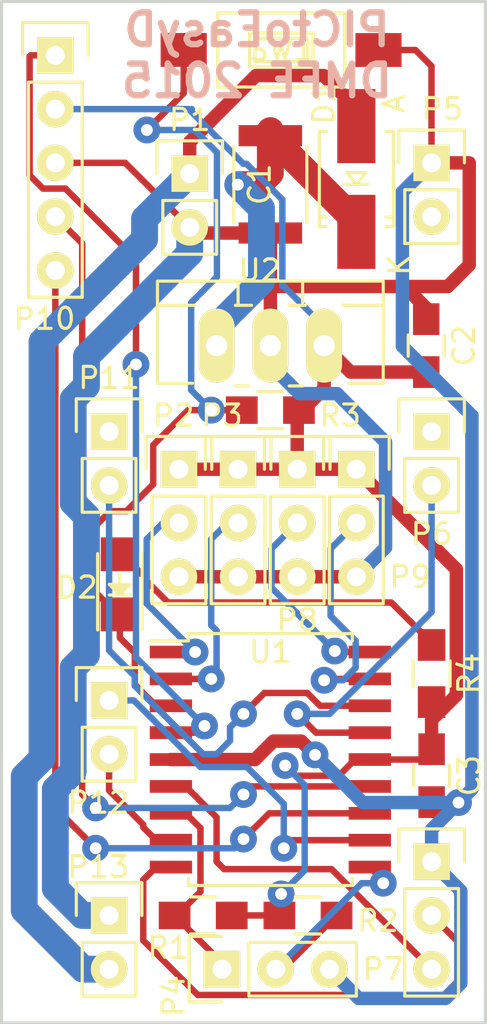
<source format=kicad_pcb>
(kicad_pcb (version 4) (host pcbnew "(2015-08-18 BZR 6103)-product")

  (general
    (links 52)
    (no_connects 18)
    (area 88.871667 71.975 116.868334 124.488333)
    (thickness 1.6)
    (drawings 5)
    (tracks 299)
    (zones 0)
    (modules 25)
    (nets 25)
  )

  (page A)
  (title_block
    (title "PIC to EasyDriver Stepper")
    (date 9/4/2015)
    (rev n/c)
    (company DMFE)
  )

  (layers
    (0 F.Cu signal)
    (31 B.Cu signal)
    (32 B.Adhes user hide)
    (33 F.Adhes user hide)
    (34 B.Paste user hide)
    (35 F.Paste user hide)
    (36 B.SilkS user)
    (37 F.SilkS user)
    (38 B.Mask user hide)
    (39 F.Mask user hide)
    (40 Dwgs.User user hide)
    (41 Cmts.User user hide)
    (42 Eco1.User user hide)
    (43 Eco2.User user hide)
    (44 Edge.Cuts user)
    (45 Margin user)
    (46 B.CrtYd user hide)
    (47 F.CrtYd user hide)
    (48 B.Fab user hide)
    (49 F.Fab user hide)
  )

  (setup
    (last_trace_width 0.3048)
    (user_trace_width 0.3048)
    (user_trace_width 0.508)
    (user_trace_width 0.635)
    (user_trace_width 1.016)
    (user_trace_width 1.27)
    (user_trace_width 1.905)
    (user_trace_width 2.54)
    (trace_clearance 0.2)
    (zone_clearance 0.508)
    (zone_45_only no)
    (trace_min 0.2)
    (segment_width 0.2)
    (edge_width 0.15)
    (via_size 1.27)
    (via_drill 0.5588)
    (via_min_size 0.4)
    (via_min_drill 0.3)
    (uvia_size 0.3)
    (uvia_drill 0.1)
    (uvias_allowed no)
    (uvia_min_size 0.2)
    (uvia_min_drill 0.1)
    (pcb_text_width 0.3)
    (pcb_text_size 1.5 1.5)
    (mod_edge_width 0.15)
    (mod_text_size 1 1)
    (mod_text_width 0.15)
    (pad_size 1.7272 1.7272)
    (pad_drill 0.889)
    (pad_to_mask_clearance 0.2)
    (aux_axis_origin 0 0)
    (visible_elements FFFEDF7F)
    (pcbplotparams
      (layerselection 0x010f0_80000001)
      (usegerberextensions true)
      (gerberprecision 5)
      (excludeedgelayer true)
      (linewidth 0.100000)
      (plotframeref false)
      (viasonmask false)
      (mode 1)
      (useauxorigin false)
      (hpglpennumber 1)
      (hpglpenspeed 20)
      (hpglpendiameter 15)
      (hpglpenoverlay 2)
      (psnegative false)
      (psa4output false)
      (plotreference true)
      (plotvalue false)
      (plotinvisibletext false)
      (padsonsilk false)
      (subtractmaskfromsilk false)
      (outputformat 1)
      (mirror false)
      (drillshape 0)
      (scaleselection 1)
      (outputdirectory Gerber/))
  )

  (net 0 "")
  (net 1 GND)
  (net 2 "Net-(C1-Pad1)")
  (net 3 +5V)
  (net 4 +24V)
  (net 5 "Net-(D2-Pad2)")
  (net 6 "Net-(D2-Pad1)")
  (net 7 "Net-(P2-Pad2)")
  (net 8 "Net-(P3-Pad2)")
  (net 9 "Net-(P4-Pad1)")
  (net 10 "Net-(P4-Pad2)")
  (net 11 "Net-(P5-Pad2)")
  (net 12 "Net-(P6-Pad1)")
  (net 13 "Net-(P6-Pad2)")
  (net 14 "Net-(P7-Pad2)")
  (net 15 "Net-(P7-Pad3)")
  (net 16 "Net-(P8-Pad2)")
  (net 17 "Net-(P9-Pad2)")
  (net 18 "Net-(P10-Pad1)")
  (net 19 "Net-(P10-Pad4)")
  (net 20 "Net-(P10-Pad5)")
  (net 21 "Net-(P11-Pad1)")
  (net 22 "Net-(P11-Pad2)")
  (net 23 "Net-(P12-Pad1)")
  (net 24 "Net-(P12-Pad2)")

  (net_class Default "This is the default net class."
    (clearance 0.2)
    (trace_width 0.3048)
    (via_dia 1.27)
    (via_drill 0.5588)
    (uvia_dia 0.3)
    (uvia_drill 0.1)
    (add_net +24V)
    (add_net +5V)
    (add_net GND)
    (add_net "Net-(C1-Pad1)")
    (add_net "Net-(D2-Pad1)")
    (add_net "Net-(D2-Pad2)")
    (add_net "Net-(P10-Pad1)")
    (add_net "Net-(P10-Pad4)")
    (add_net "Net-(P10-Pad5)")
    (add_net "Net-(P11-Pad1)")
    (add_net "Net-(P11-Pad2)")
    (add_net "Net-(P12-Pad1)")
    (add_net "Net-(P12-Pad2)")
    (add_net "Net-(P2-Pad2)")
    (add_net "Net-(P3-Pad2)")
    (add_net "Net-(P4-Pad1)")
    (add_net "Net-(P4-Pad2)")
    (add_net "Net-(P5-Pad2)")
    (add_net "Net-(P6-Pad1)")
    (add_net "Net-(P6-Pad2)")
    (add_net "Net-(P7-Pad2)")
    (add_net "Net-(P7-Pad3)")
    (add_net "Net-(P8-Pad2)")
    (add_net "Net-(P9-Pad2)")
  )

  (module Capacitors_SMD:C_0805_HandSoldering (layer F.Cu) (tedit 55EA876E) (tstamp 55EA7973)
    (at 111.506 89.916 90)
    (descr "Capacitor SMD 0805, hand soldering")
    (tags "capacitor 0805")
    (path /55EA667C)
    (attr smd)
    (fp_text reference C2 (at 0 1.778 90) (layer F.SilkS)
      (effects (font (size 1 1) (thickness 0.15)))
    )
    (fp_text value C (at 0 2.1 90) (layer F.Fab)
      (effects (font (size 1 1) (thickness 0.15)))
    )
    (fp_line (start -2.3 -1) (end 2.3 -1) (layer F.CrtYd) (width 0.05))
    (fp_line (start -2.3 1) (end 2.3 1) (layer F.CrtYd) (width 0.05))
    (fp_line (start -2.3 -1) (end -2.3 1) (layer F.CrtYd) (width 0.05))
    (fp_line (start 2.3 -1) (end 2.3 1) (layer F.CrtYd) (width 0.05))
    (fp_line (start 0.5 -0.85) (end -0.5 -0.85) (layer F.SilkS) (width 0.15))
    (fp_line (start -0.5 0.85) (end 0.5 0.85) (layer F.SilkS) (width 0.15))
    (pad 1 smd rect (at -1.25 0 90) (size 1.5 1.25) (layers F.Cu F.Paste F.Mask)
      (net 3 +5V))
    (pad 2 smd rect (at 1.25 0 90) (size 1.5 1.25) (layers F.Cu F.Paste F.Mask)
      (net 1 GND))
    (model Capacitors_SMD.3dshapes/C_0805_HandSoldering.wrl
      (at (xyz 0 0 0))
      (scale (xyz 1 1 1))
      (rotate (xyz 0 0 0))
    )
  )

  (module Capacitors_SMD:C_0805_HandSoldering (layer F.Cu) (tedit 55EA87AB) (tstamp 55EA7979)
    (at 111.76 110.236 270)
    (descr "Capacitor SMD 0805, hand soldering")
    (tags "capacitor 0805")
    (path /55EA66C7)
    (attr smd)
    (fp_text reference C3 (at 0 -1.778 270) (layer F.SilkS)
      (effects (font (size 1 1) (thickness 0.15)))
    )
    (fp_text value C (at 0 2.1 270) (layer F.Fab)
      (effects (font (size 1 1) (thickness 0.15)))
    )
    (fp_line (start -2.3 -1) (end 2.3 -1) (layer F.CrtYd) (width 0.05))
    (fp_line (start -2.3 1) (end 2.3 1) (layer F.CrtYd) (width 0.05))
    (fp_line (start -2.3 -1) (end -2.3 1) (layer F.CrtYd) (width 0.05))
    (fp_line (start 2.3 -1) (end 2.3 1) (layer F.CrtYd) (width 0.05))
    (fp_line (start 0.5 -0.85) (end -0.5 -0.85) (layer F.SilkS) (width 0.15))
    (fp_line (start -0.5 0.85) (end 0.5 0.85) (layer F.SilkS) (width 0.15))
    (pad 1 smd rect (at -1.25 0 270) (size 1.5 1.25) (layers F.Cu F.Paste F.Mask)
      (net 3 +5V))
    (pad 2 smd rect (at 1.25 0 270) (size 1.5 1.25) (layers F.Cu F.Paste F.Mask)
      (net 1 GND))
    (model Capacitors_SMD.3dshapes/C_0805_HandSoldering.wrl
      (at (xyz 0 0 0))
      (scale (xyz 1 1 1))
      (rotate (xyz 0 0 0))
    )
  )

  (module Diodes_SMD:SMA_Handsoldering (layer F.Cu) (tedit 55EA881B) (tstamp 55EA797F)
    (at 108.204 82.042 90)
    (descr "Diode SMA Handsoldering")
    (tags "Diode SMA Handsoldering")
    (path /55EA5873)
    (attr smd)
    (fp_text reference D1 (at 3.556 -1.524 90) (layer F.SilkS)
      (effects (font (size 1 1) (thickness 0.15)))
    )
    (fp_text value D (at 0.05 4.4 90) (layer F.Fab)
      (effects (font (size 1 1) (thickness 0.15)))
    )
    (fp_line (start -4.5 -2) (end 4.5 -2) (layer F.CrtYd) (width 0.05))
    (fp_line (start 4.5 -2) (end 4.5 2) (layer F.CrtYd) (width 0.05))
    (fp_line (start 4.5 2) (end -4.5 2) (layer F.CrtYd) (width 0.05))
    (fp_line (start -4.5 2) (end -4.5 -2) (layer F.CrtYd) (width 0.05))
    (fp_line (start -0.25 0) (end 0.3 -0.45) (layer F.SilkS) (width 0.15))
    (fp_line (start 0.3 -0.45) (end 0.3 0.45) (layer F.SilkS) (width 0.15))
    (fp_line (start 0.3 0.45) (end -0.25 0) (layer F.SilkS) (width 0.15))
    (fp_line (start -0.25 -0.55) (end -0.25 0.55) (layer F.SilkS) (width 0.15))
    (fp_text user K (at -4.064 2.032 90) (layer F.SilkS)
      (effects (font (size 1 1) (thickness 0.15)))
    )
    (fp_text user A (at 3.556 1.778 90) (layer F.SilkS)
      (effects (font (size 1 1) (thickness 0.15)))
    )
    (fp_line (start -1.79914 1.75006) (end -1.79914 1.39954) (layer F.SilkS) (width 0.15))
    (fp_line (start -1.79914 -1.75006) (end -1.79914 -1.39954) (layer F.SilkS) (width 0.15))
    (fp_line (start 2.25044 1.75006) (end 2.25044 1.39954) (layer F.SilkS) (width 0.15))
    (fp_line (start -2.25044 1.75006) (end -2.25044 1.39954) (layer F.SilkS) (width 0.15))
    (fp_line (start -2.25044 -1.75006) (end -2.25044 -1.39954) (layer F.SilkS) (width 0.15))
    (fp_line (start 2.25044 -1.75006) (end 2.25044 -1.39954) (layer F.SilkS) (width 0.15))
    (fp_line (start -2.25044 1.75006) (end 2.25044 1.75006) (layer F.SilkS) (width 0.15))
    (fp_line (start -2.25044 -1.75006) (end 2.25044 -1.75006) (layer F.SilkS) (width 0.15))
    (pad 1 smd rect (at -2.49936 0 90) (size 3.50012 1.80086) (layers F.Cu F.Paste F.Mask)
      (net 2 "Net-(C1-Pad1)"))
    (pad 2 smd rect (at 2.49936 0 90) (size 3.50012 1.80086) (layers F.Cu F.Paste F.Mask)
      (net 4 +24V))
    (model Diodes_SMD.3dshapes/SMA_Handsoldering.wrl
      (at (xyz 0 0 0))
      (scale (xyz 0.3937 0.3937 0.3937))
      (rotate (xyz 0 0 180))
    )
  )

  (module LEDs:LED-1206 (layer F.Cu) (tedit 55EA87D9) (tstamp 55EA7985)
    (at 97.028 101.19614 90)
    (descr "LED 1206 smd package")
    (tags "LED1206 SMD")
    (path /55EA85BD)
    (attr smd)
    (fp_text reference D2 (at -0.14986 -2.032 180) (layer F.SilkS)
      (effects (font (size 1 1) (thickness 0.15)))
    )
    (fp_text value LED (at 0 2 90) (layer F.Fab)
      (effects (font (size 1 1) (thickness 0.15)))
    )
    (fp_line (start -2.15 1.05) (end 1.45 1.05) (layer F.SilkS) (width 0.15))
    (fp_line (start -2.15 -1.05) (end 1.45 -1.05) (layer F.SilkS) (width 0.15))
    (fp_line (start -0.1 -0.3) (end -0.1 0.3) (layer F.SilkS) (width 0.15))
    (fp_line (start -0.1 0.3) (end -0.4 0) (layer F.SilkS) (width 0.15))
    (fp_line (start -0.4 0) (end -0.2 -0.2) (layer F.SilkS) (width 0.15))
    (fp_line (start -0.2 -0.2) (end -0.2 0.05) (layer F.SilkS) (width 0.15))
    (fp_line (start -0.2 0.05) (end -0.25 0) (layer F.SilkS) (width 0.15))
    (fp_line (start -0.5 -0.5) (end -0.5 0.5) (layer F.SilkS) (width 0.15))
    (fp_line (start 0 0) (end 0.5 0) (layer F.SilkS) (width 0.15))
    (fp_line (start -0.5 0) (end 0 -0.5) (layer F.SilkS) (width 0.15))
    (fp_line (start 0 -0.5) (end 0 0.5) (layer F.SilkS) (width 0.15))
    (fp_line (start 0 0.5) (end -0.5 0) (layer F.SilkS) (width 0.15))
    (fp_line (start 2.5 -1.25) (end -2.5 -1.25) (layer F.CrtYd) (width 0.05))
    (fp_line (start -2.5 -1.25) (end -2.5 1.25) (layer F.CrtYd) (width 0.05))
    (fp_line (start -2.5 1.25) (end 2.5 1.25) (layer F.CrtYd) (width 0.05))
    (fp_line (start 2.5 1.25) (end 2.5 -1.25) (layer F.CrtYd) (width 0.05))
    (pad 2 smd rect (at 1.41986 0 270) (size 1.59766 1.80086) (layers F.Cu F.Paste F.Mask)
      (net 5 "Net-(D2-Pad2)"))
    (pad 1 smd rect (at -1.41986 0 270) (size 1.59766 1.80086) (layers F.Cu F.Paste F.Mask)
      (net 6 "Net-(D2-Pad1)"))
  )

  (module Pin_Headers:Pin_Header_Straight_1x02 (layer F.Cu) (tedit 55EB6791) (tstamp 55EA798B)
    (at 100.33 81.788)
    (descr "Through hole pin header")
    (tags "pin header")
    (path /55EA67C5)
    (fp_text reference P1 (at 0 -2.54) (layer F.SilkS)
      (effects (font (size 1 1) (thickness 0.15)))
    )
    (fp_text value CONN_01X02 (at 0 -3.1) (layer F.Fab)
      (effects (font (size 1 1) (thickness 0.15)))
    )
    (fp_line (start 1.27 1.27) (end 1.27 3.81) (layer F.SilkS) (width 0.15))
    (fp_line (start 1.55 -1.55) (end 1.55 0) (layer F.SilkS) (width 0.15))
    (fp_line (start -1.75 -1.75) (end -1.75 4.3) (layer F.CrtYd) (width 0.05))
    (fp_line (start 1.75 -1.75) (end 1.75 4.3) (layer F.CrtYd) (width 0.05))
    (fp_line (start -1.75 -1.75) (end 1.75 -1.75) (layer F.CrtYd) (width 0.05))
    (fp_line (start -1.75 4.3) (end 1.75 4.3) (layer F.CrtYd) (width 0.05))
    (fp_line (start 1.27 1.27) (end -1.27 1.27) (layer F.SilkS) (width 0.15))
    (fp_line (start -1.55 0) (end -1.55 -1.55) (layer F.SilkS) (width 0.15))
    (fp_line (start -1.55 -1.55) (end 1.55 -1.55) (layer F.SilkS) (width 0.15))
    (fp_line (start -1.27 1.27) (end -1.27 3.81) (layer F.SilkS) (width 0.15))
    (fp_line (start -1.27 3.81) (end 1.27 3.81) (layer F.SilkS) (width 0.15))
    (pad 1 thru_hole rect (at 0 0) (size 1.7272 1.7272) (drill 0.889) (layers *.Cu *.Mask F.SilkS)
      (net 4 +24V))
    (pad 2 thru_hole oval (at 0 2.54) (size 1.7272 1.7272) (drill 0.889) (layers *.Cu *.Mask F.SilkS)
      (net 1 GND))
    (model Pin_Headers.3dshapes/Pin_Header_Straight_1x02.wrl
      (at (xyz 0 -0.05 0))
      (scale (xyz 1 1 1))
      (rotate (xyz 0 0 90))
    )
  )

  (module Pin_Headers:Pin_Header_Straight_1x03 (layer F.Cu) (tedit 55EB66B0) (tstamp 55EA7992)
    (at 99.822 95.758)
    (descr "Through hole pin header")
    (tags "pin header")
    (path /55EA62F3)
    (fp_text reference P2 (at -0.254 -2.54) (layer F.SilkS)
      (effects (font (size 1 1) (thickness 0.15)))
    )
    (fp_text value CONN_01X03 (at 0 -3.1) (layer F.Fab)
      (effects (font (size 1 1) (thickness 0.15)))
    )
    (fp_line (start -1.75 -1.75) (end -1.75 6.85) (layer F.CrtYd) (width 0.05))
    (fp_line (start 1.75 -1.75) (end 1.75 6.85) (layer F.CrtYd) (width 0.05))
    (fp_line (start -1.75 -1.75) (end 1.75 -1.75) (layer F.CrtYd) (width 0.05))
    (fp_line (start -1.75 6.85) (end 1.75 6.85) (layer F.CrtYd) (width 0.05))
    (fp_line (start -1.27 1.27) (end -1.27 6.35) (layer F.SilkS) (width 0.15))
    (fp_line (start -1.27 6.35) (end 1.27 6.35) (layer F.SilkS) (width 0.15))
    (fp_line (start 1.27 6.35) (end 1.27 1.27) (layer F.SilkS) (width 0.15))
    (fp_line (start 1.55 -1.55) (end 1.55 0) (layer F.SilkS) (width 0.15))
    (fp_line (start 1.27 1.27) (end -1.27 1.27) (layer F.SilkS) (width 0.15))
    (fp_line (start -1.55 0) (end -1.55 -1.55) (layer F.SilkS) (width 0.15))
    (fp_line (start -1.55 -1.55) (end 1.55 -1.55) (layer F.SilkS) (width 0.15))
    (pad 1 thru_hole rect (at 0 0) (size 1.7272 1.7272) (drill 0.889) (layers *.Cu *.Mask F.SilkS)
      (net 3 +5V))
    (pad 2 thru_hole oval (at 0 2.54) (size 1.7272 1.7272) (drill 0.889) (layers *.Cu *.Mask F.SilkS)
      (net 7 "Net-(P2-Pad2)"))
    (pad 3 thru_hole oval (at 0 5.08) (size 1.7272 1.7272) (drill 0.889) (layers *.Cu *.Mask F.SilkS)
      (net 1 GND))
    (model Pin_Headers.3dshapes/Pin_Header_Straight_1x03.wrl
      (at (xyz 0 -0.1 0))
      (scale (xyz 1 1 1))
      (rotate (xyz 0 0 90))
    )
  )

  (module Pin_Headers:Pin_Header_Straight_1x03 (layer F.Cu) (tedit 55EB6712) (tstamp 55EA7999)
    (at 102.616 95.758)
    (descr "Through hole pin header")
    (tags "pin header")
    (path /55EA63E7)
    (fp_text reference P3 (at -0.762 -2.54) (layer F.SilkS)
      (effects (font (size 1 1) (thickness 0.15)))
    )
    (fp_text value CONN_01X03 (at 0 -3.1) (layer F.Fab)
      (effects (font (size 1 1) (thickness 0.15)))
    )
    (fp_line (start -1.75 -1.75) (end -1.75 6.85) (layer F.CrtYd) (width 0.05))
    (fp_line (start 1.75 -1.75) (end 1.75 6.85) (layer F.CrtYd) (width 0.05))
    (fp_line (start -1.75 -1.75) (end 1.75 -1.75) (layer F.CrtYd) (width 0.05))
    (fp_line (start -1.75 6.85) (end 1.75 6.85) (layer F.CrtYd) (width 0.05))
    (fp_line (start -1.27 1.27) (end -1.27 6.35) (layer F.SilkS) (width 0.15))
    (fp_line (start -1.27 6.35) (end 1.27 6.35) (layer F.SilkS) (width 0.15))
    (fp_line (start 1.27 6.35) (end 1.27 1.27) (layer F.SilkS) (width 0.15))
    (fp_line (start 1.55 -1.55) (end 1.55 0) (layer F.SilkS) (width 0.15))
    (fp_line (start 1.27 1.27) (end -1.27 1.27) (layer F.SilkS) (width 0.15))
    (fp_line (start -1.55 0) (end -1.55 -1.55) (layer F.SilkS) (width 0.15))
    (fp_line (start -1.55 -1.55) (end 1.55 -1.55) (layer F.SilkS) (width 0.15))
    (pad 1 thru_hole rect (at 0 0) (size 1.7272 1.7272) (drill 0.889) (layers *.Cu *.Mask F.SilkS)
      (net 3 +5V))
    (pad 2 thru_hole oval (at 0 2.54) (size 1.7272 1.7272) (drill 0.889) (layers *.Cu *.Mask F.SilkS)
      (net 8 "Net-(P3-Pad2)"))
    (pad 3 thru_hole oval (at 0 5.08) (size 1.7272 1.7272) (drill 0.889) (layers *.Cu *.Mask F.SilkS)
      (net 1 GND))
    (model Pin_Headers.3dshapes/Pin_Header_Straight_1x03.wrl
      (at (xyz 0 -0.1 0))
      (scale (xyz 1 1 1))
      (rotate (xyz 0 0 90))
    )
  )

  (module Pin_Headers:Pin_Header_Straight_1x03 (layer F.Cu) (tedit 55EB67B0) (tstamp 55EA79A0)
    (at 101.854 119.38 90)
    (descr "Through hole pin header")
    (tags "pin header")
    (path /55EA68AB)
    (fp_text reference P4 (at -1.27 -2.286 90) (layer F.SilkS)
      (effects (font (size 1 1) (thickness 0.15)))
    )
    (fp_text value CONN_01X03 (at 0 -3.1 90) (layer F.Fab)
      (effects (font (size 1 1) (thickness 0.15)))
    )
    (fp_line (start -1.75 -1.75) (end -1.75 6.85) (layer F.CrtYd) (width 0.05))
    (fp_line (start 1.75 -1.75) (end 1.75 6.85) (layer F.CrtYd) (width 0.05))
    (fp_line (start -1.75 -1.75) (end 1.75 -1.75) (layer F.CrtYd) (width 0.05))
    (fp_line (start -1.75 6.85) (end 1.75 6.85) (layer F.CrtYd) (width 0.05))
    (fp_line (start -1.27 1.27) (end -1.27 6.35) (layer F.SilkS) (width 0.15))
    (fp_line (start -1.27 6.35) (end 1.27 6.35) (layer F.SilkS) (width 0.15))
    (fp_line (start 1.27 6.35) (end 1.27 1.27) (layer F.SilkS) (width 0.15))
    (fp_line (start 1.55 -1.55) (end 1.55 0) (layer F.SilkS) (width 0.15))
    (fp_line (start 1.27 1.27) (end -1.27 1.27) (layer F.SilkS) (width 0.15))
    (fp_line (start -1.55 0) (end -1.55 -1.55) (layer F.SilkS) (width 0.15))
    (fp_line (start -1.55 -1.55) (end 1.55 -1.55) (layer F.SilkS) (width 0.15))
    (pad 1 thru_hole rect (at 0 0 90) (size 1.7272 1.7272) (drill 0.889) (layers *.Cu *.Mask F.SilkS)
      (net 9 "Net-(P4-Pad1)"))
    (pad 2 thru_hole oval (at 0 2.54 90) (size 1.7272 1.7272) (drill 0.889) (layers *.Cu *.Mask F.SilkS)
      (net 10 "Net-(P4-Pad2)"))
    (pad 3 thru_hole oval (at 0 5.08 90) (size 1.7272 1.7272) (drill 0.889) (layers *.Cu *.Mask F.SilkS)
      (net 1 GND))
    (model Pin_Headers.3dshapes/Pin_Header_Straight_1x03.wrl
      (at (xyz 0 -0.1 0))
      (scale (xyz 1 1 1))
      (rotate (xyz 0 0 90))
    )
  )

  (module Pin_Headers:Pin_Header_Straight_1x02 (layer F.Cu) (tedit 55EB678C) (tstamp 55EA79A6)
    (at 111.76 81.28)
    (descr "Through hole pin header")
    (tags "pin header")
    (path /55EA5D4A)
    (fp_text reference P5 (at 0.508 -2.54) (layer F.SilkS)
      (effects (font (size 1 1) (thickness 0.15)))
    )
    (fp_text value CONN_01X02 (at 0 -3.1) (layer F.Fab)
      (effects (font (size 1 1) (thickness 0.15)))
    )
    (fp_line (start 1.27 1.27) (end 1.27 3.81) (layer F.SilkS) (width 0.15))
    (fp_line (start 1.55 -1.55) (end 1.55 0) (layer F.SilkS) (width 0.15))
    (fp_line (start -1.75 -1.75) (end -1.75 4.3) (layer F.CrtYd) (width 0.05))
    (fp_line (start 1.75 -1.75) (end 1.75 4.3) (layer F.CrtYd) (width 0.05))
    (fp_line (start -1.75 -1.75) (end 1.75 -1.75) (layer F.CrtYd) (width 0.05))
    (fp_line (start -1.75 4.3) (end 1.75 4.3) (layer F.CrtYd) (width 0.05))
    (fp_line (start 1.27 1.27) (end -1.27 1.27) (layer F.SilkS) (width 0.15))
    (fp_line (start -1.55 0) (end -1.55 -1.55) (layer F.SilkS) (width 0.15))
    (fp_line (start -1.55 -1.55) (end 1.55 -1.55) (layer F.SilkS) (width 0.15))
    (fp_line (start -1.27 1.27) (end -1.27 3.81) (layer F.SilkS) (width 0.15))
    (fp_line (start -1.27 3.81) (end 1.27 3.81) (layer F.SilkS) (width 0.15))
    (pad 1 thru_hole rect (at 0 0) (size 1.7272 1.7272) (drill 0.889) (layers *.Cu *.Mask F.SilkS)
      (net 1 GND))
    (pad 2 thru_hole oval (at 0 2.54) (size 1.7272 1.7272) (drill 0.889) (layers *.Cu *.Mask F.SilkS)
      (net 11 "Net-(P5-Pad2)"))
    (model Pin_Headers.3dshapes/Pin_Header_Straight_1x02.wrl
      (at (xyz 0 -0.05 0))
      (scale (xyz 1 1 1))
      (rotate (xyz 0 0 90))
    )
  )

  (module Pin_Headers:Pin_Header_Straight_1x02 (layer F.Cu) (tedit 55EB6797) (tstamp 55EA79AC)
    (at 111.76 93.98)
    (descr "Through hole pin header")
    (tags "pin header")
    (path /55EA5CE8)
    (fp_text reference P6 (at 0 4.826) (layer F.SilkS)
      (effects (font (size 1 1) (thickness 0.15)))
    )
    (fp_text value CONN_01X02 (at 0 -3.1) (layer F.Fab)
      (effects (font (size 1 1) (thickness 0.15)))
    )
    (fp_line (start 1.27 1.27) (end 1.27 3.81) (layer F.SilkS) (width 0.15))
    (fp_line (start 1.55 -1.55) (end 1.55 0) (layer F.SilkS) (width 0.15))
    (fp_line (start -1.75 -1.75) (end -1.75 4.3) (layer F.CrtYd) (width 0.05))
    (fp_line (start 1.75 -1.75) (end 1.75 4.3) (layer F.CrtYd) (width 0.05))
    (fp_line (start -1.75 -1.75) (end 1.75 -1.75) (layer F.CrtYd) (width 0.05))
    (fp_line (start -1.75 4.3) (end 1.75 4.3) (layer F.CrtYd) (width 0.05))
    (fp_line (start 1.27 1.27) (end -1.27 1.27) (layer F.SilkS) (width 0.15))
    (fp_line (start -1.55 0) (end -1.55 -1.55) (layer F.SilkS) (width 0.15))
    (fp_line (start -1.55 -1.55) (end 1.55 -1.55) (layer F.SilkS) (width 0.15))
    (fp_line (start -1.27 1.27) (end -1.27 3.81) (layer F.SilkS) (width 0.15))
    (fp_line (start -1.27 3.81) (end 1.27 3.81) (layer F.SilkS) (width 0.15))
    (pad 1 thru_hole rect (at 0 0) (size 1.7272 1.7272) (drill 0.889) (layers *.Cu *.Mask F.SilkS)
      (net 12 "Net-(P6-Pad1)"))
    (pad 2 thru_hole oval (at 0 2.54) (size 1.7272 1.7272) (drill 0.889) (layers *.Cu *.Mask F.SilkS)
      (net 13 "Net-(P6-Pad2)"))
    (model Pin_Headers.3dshapes/Pin_Header_Straight_1x02.wrl
      (at (xyz 0 -0.05 0))
      (scale (xyz 1 1 1))
      (rotate (xyz 0 0 90))
    )
  )

  (module Pin_Headers:Pin_Header_Straight_1x03 (layer F.Cu) (tedit 55EB67A5) (tstamp 55EA79B3)
    (at 111.76 114.3)
    (descr "Through hole pin header")
    (tags "pin header")
    (path /55EA5D7E)
    (fp_text reference P7 (at -2.286 5.08) (layer F.SilkS)
      (effects (font (size 1 1) (thickness 0.15)))
    )
    (fp_text value CONN_01X03 (at 0 -3.1) (layer F.Fab)
      (effects (font (size 1 1) (thickness 0.15)))
    )
    (fp_line (start -1.75 -1.75) (end -1.75 6.85) (layer F.CrtYd) (width 0.05))
    (fp_line (start 1.75 -1.75) (end 1.75 6.85) (layer F.CrtYd) (width 0.05))
    (fp_line (start -1.75 -1.75) (end 1.75 -1.75) (layer F.CrtYd) (width 0.05))
    (fp_line (start -1.75 6.85) (end 1.75 6.85) (layer F.CrtYd) (width 0.05))
    (fp_line (start -1.27 1.27) (end -1.27 6.35) (layer F.SilkS) (width 0.15))
    (fp_line (start -1.27 6.35) (end 1.27 6.35) (layer F.SilkS) (width 0.15))
    (fp_line (start 1.27 6.35) (end 1.27 1.27) (layer F.SilkS) (width 0.15))
    (fp_line (start 1.55 -1.55) (end 1.55 0) (layer F.SilkS) (width 0.15))
    (fp_line (start 1.27 1.27) (end -1.27 1.27) (layer F.SilkS) (width 0.15))
    (fp_line (start -1.55 0) (end -1.55 -1.55) (layer F.SilkS) (width 0.15))
    (fp_line (start -1.55 -1.55) (end 1.55 -1.55) (layer F.SilkS) (width 0.15))
    (pad 1 thru_hole rect (at 0 0) (size 1.7272 1.7272) (drill 0.889) (layers *.Cu *.Mask F.SilkS)
      (net 1 GND))
    (pad 2 thru_hole oval (at 0 2.54) (size 1.7272 1.7272) (drill 0.889) (layers *.Cu *.Mask F.SilkS)
      (net 14 "Net-(P7-Pad2)"))
    (pad 3 thru_hole oval (at 0 5.08) (size 1.7272 1.7272) (drill 0.889) (layers *.Cu *.Mask F.SilkS)
      (net 15 "Net-(P7-Pad3)"))
    (model Pin_Headers.3dshapes/Pin_Header_Straight_1x03.wrl
      (at (xyz 0 -0.1 0))
      (scale (xyz 1 1 1))
      (rotate (xyz 0 0 90))
    )
  )

  (module Pin_Headers:Pin_Header_Straight_1x03 (layer F.Cu) (tedit 55EB6719) (tstamp 55EA79BA)
    (at 105.41 95.758)
    (descr "Through hole pin header")
    (tags "pin header")
    (path /55EA6262)
    (fp_text reference P8 (at 0 7.112) (layer F.SilkS)
      (effects (font (size 1 1) (thickness 0.15)))
    )
    (fp_text value CONN_01X03 (at 0 -3.1) (layer F.Fab)
      (effects (font (size 1 1) (thickness 0.15)))
    )
    (fp_line (start -1.75 -1.75) (end -1.75 6.85) (layer F.CrtYd) (width 0.05))
    (fp_line (start 1.75 -1.75) (end 1.75 6.85) (layer F.CrtYd) (width 0.05))
    (fp_line (start -1.75 -1.75) (end 1.75 -1.75) (layer F.CrtYd) (width 0.05))
    (fp_line (start -1.75 6.85) (end 1.75 6.85) (layer F.CrtYd) (width 0.05))
    (fp_line (start -1.27 1.27) (end -1.27 6.35) (layer F.SilkS) (width 0.15))
    (fp_line (start -1.27 6.35) (end 1.27 6.35) (layer F.SilkS) (width 0.15))
    (fp_line (start 1.27 6.35) (end 1.27 1.27) (layer F.SilkS) (width 0.15))
    (fp_line (start 1.55 -1.55) (end 1.55 0) (layer F.SilkS) (width 0.15))
    (fp_line (start 1.27 1.27) (end -1.27 1.27) (layer F.SilkS) (width 0.15))
    (fp_line (start -1.55 0) (end -1.55 -1.55) (layer F.SilkS) (width 0.15))
    (fp_line (start -1.55 -1.55) (end 1.55 -1.55) (layer F.SilkS) (width 0.15))
    (pad 1 thru_hole rect (at 0 0) (size 1.7272 1.7272) (drill 0.889) (layers *.Cu *.Mask F.SilkS)
      (net 3 +5V))
    (pad 2 thru_hole oval (at 0 2.54) (size 1.7272 1.7272) (drill 0.889) (layers *.Cu *.Mask F.SilkS)
      (net 16 "Net-(P8-Pad2)"))
    (pad 3 thru_hole oval (at 0 5.08) (size 1.7272 1.7272) (drill 0.889) (layers *.Cu *.Mask F.SilkS)
      (net 1 GND))
    (model Pin_Headers.3dshapes/Pin_Header_Straight_1x03.wrl
      (at (xyz 0 -0.1 0))
      (scale (xyz 1 1 1))
      (rotate (xyz 0 0 90))
    )
  )

  (module Pin_Headers:Pin_Header_Straight_1x03 (layer F.Cu) (tedit 55EB6720) (tstamp 55EA79C1)
    (at 108.204 95.758)
    (descr "Through hole pin header")
    (tags "pin header")
    (path /55EA596E)
    (fp_text reference P9 (at 2.54 5.08) (layer F.SilkS)
      (effects (font (size 1 1) (thickness 0.15)))
    )
    (fp_text value CONN_01X03 (at 0 -3.1) (layer F.Fab)
      (effects (font (size 1 1) (thickness 0.15)))
    )
    (fp_line (start -1.75 -1.75) (end -1.75 6.85) (layer F.CrtYd) (width 0.05))
    (fp_line (start 1.75 -1.75) (end 1.75 6.85) (layer F.CrtYd) (width 0.05))
    (fp_line (start -1.75 -1.75) (end 1.75 -1.75) (layer F.CrtYd) (width 0.05))
    (fp_line (start -1.75 6.85) (end 1.75 6.85) (layer F.CrtYd) (width 0.05))
    (fp_line (start -1.27 1.27) (end -1.27 6.35) (layer F.SilkS) (width 0.15))
    (fp_line (start -1.27 6.35) (end 1.27 6.35) (layer F.SilkS) (width 0.15))
    (fp_line (start 1.27 6.35) (end 1.27 1.27) (layer F.SilkS) (width 0.15))
    (fp_line (start 1.55 -1.55) (end 1.55 0) (layer F.SilkS) (width 0.15))
    (fp_line (start 1.27 1.27) (end -1.27 1.27) (layer F.SilkS) (width 0.15))
    (fp_line (start -1.55 0) (end -1.55 -1.55) (layer F.SilkS) (width 0.15))
    (fp_line (start -1.55 -1.55) (end 1.55 -1.55) (layer F.SilkS) (width 0.15))
    (pad 1 thru_hole rect (at 0 0) (size 1.7272 1.7272) (drill 0.889) (layers *.Cu *.Mask F.SilkS)
      (net 3 +5V))
    (pad 2 thru_hole oval (at 0 2.54) (size 1.7272 1.7272) (drill 0.889) (layers *.Cu *.Mask F.SilkS)
      (net 17 "Net-(P9-Pad2)"))
    (pad 3 thru_hole oval (at 0 5.08) (size 1.7272 1.7272) (drill 0.889) (layers *.Cu *.Mask F.SilkS)
      (net 1 GND))
    (model Pin_Headers.3dshapes/Pin_Header_Straight_1x03.wrl
      (at (xyz 0 -0.1 0))
      (scale (xyz 1 1 1))
      (rotate (xyz 0 0 90))
    )
  )

  (module Pin_Headers:Pin_Header_Straight_1x05 (layer F.Cu) (tedit 55EB6788) (tstamp 55EA79CA)
    (at 93.98 76.2)
    (descr "Through hole pin header")
    (tags "pin header")
    (path /55EA648C)
    (fp_text reference P10 (at -0.508 12.446) (layer F.SilkS)
      (effects (font (size 1 1) (thickness 0.15)))
    )
    (fp_text value CONN_01X05 (at 0 -3.1) (layer F.Fab)
      (effects (font (size 1 1) (thickness 0.15)))
    )
    (fp_line (start -1.55 0) (end -1.55 -1.55) (layer F.SilkS) (width 0.15))
    (fp_line (start -1.55 -1.55) (end 1.55 -1.55) (layer F.SilkS) (width 0.15))
    (fp_line (start 1.55 -1.55) (end 1.55 0) (layer F.SilkS) (width 0.15))
    (fp_line (start -1.75 -1.75) (end -1.75 11.95) (layer F.CrtYd) (width 0.05))
    (fp_line (start 1.75 -1.75) (end 1.75 11.95) (layer F.CrtYd) (width 0.05))
    (fp_line (start -1.75 -1.75) (end 1.75 -1.75) (layer F.CrtYd) (width 0.05))
    (fp_line (start -1.75 11.95) (end 1.75 11.95) (layer F.CrtYd) (width 0.05))
    (fp_line (start 1.27 1.27) (end 1.27 11.43) (layer F.SilkS) (width 0.15))
    (fp_line (start 1.27 11.43) (end -1.27 11.43) (layer F.SilkS) (width 0.15))
    (fp_line (start -1.27 11.43) (end -1.27 1.27) (layer F.SilkS) (width 0.15))
    (fp_line (start 1.27 1.27) (end -1.27 1.27) (layer F.SilkS) (width 0.15))
    (pad 1 thru_hole rect (at 0 0) (size 1.7272 1.7272) (drill 0.889) (layers *.Cu *.Mask F.SilkS)
      (net 18 "Net-(P10-Pad1)"))
    (pad 2 thru_hole oval (at 0 2.54) (size 1.7272 1.7272) (drill 0.889) (layers *.Cu *.Mask F.SilkS)
      (net 3 +5V))
    (pad 3 thru_hole oval (at 0 5.08) (size 1.7272 1.7272) (drill 0.889) (layers *.Cu *.Mask F.SilkS)
      (net 1 GND))
    (pad 4 thru_hole oval (at 0 7.62) (size 1.7272 1.7272) (drill 0.889) (layers *.Cu *.Mask F.SilkS)
      (net 19 "Net-(P10-Pad4)"))
    (pad 5 thru_hole oval (at 0 10.16) (size 1.7272 1.7272) (drill 0.889) (layers *.Cu *.Mask F.SilkS)
      (net 20 "Net-(P10-Pad5)"))
    (model Pin_Headers.3dshapes/Pin_Header_Straight_1x05.wrl
      (at (xyz 0 -0.2 0))
      (scale (xyz 1 1 1))
      (rotate (xyz 0 0 90))
    )
  )

  (module Pin_Headers:Pin_Header_Straight_1x02 (layer F.Cu) (tedit 55EB679A) (tstamp 55EA79D0)
    (at 96.52 93.98)
    (descr "Through hole pin header")
    (tags "pin header")
    (path /55EA5ED1)
    (fp_text reference P11 (at 0 -2.54) (layer F.SilkS)
      (effects (font (size 1 1) (thickness 0.15)))
    )
    (fp_text value CONN_01X02 (at 0 -3.1) (layer F.Fab)
      (effects (font (size 1 1) (thickness 0.15)))
    )
    (fp_line (start 1.27 1.27) (end 1.27 3.81) (layer F.SilkS) (width 0.15))
    (fp_line (start 1.55 -1.55) (end 1.55 0) (layer F.SilkS) (width 0.15))
    (fp_line (start -1.75 -1.75) (end -1.75 4.3) (layer F.CrtYd) (width 0.05))
    (fp_line (start 1.75 -1.75) (end 1.75 4.3) (layer F.CrtYd) (width 0.05))
    (fp_line (start -1.75 -1.75) (end 1.75 -1.75) (layer F.CrtYd) (width 0.05))
    (fp_line (start -1.75 4.3) (end 1.75 4.3) (layer F.CrtYd) (width 0.05))
    (fp_line (start 1.27 1.27) (end -1.27 1.27) (layer F.SilkS) (width 0.15))
    (fp_line (start -1.55 0) (end -1.55 -1.55) (layer F.SilkS) (width 0.15))
    (fp_line (start -1.55 -1.55) (end 1.55 -1.55) (layer F.SilkS) (width 0.15))
    (fp_line (start -1.27 1.27) (end -1.27 3.81) (layer F.SilkS) (width 0.15))
    (fp_line (start -1.27 3.81) (end 1.27 3.81) (layer F.SilkS) (width 0.15))
    (pad 1 thru_hole rect (at 0 0) (size 1.7272 1.7272) (drill 0.889) (layers *.Cu *.Mask F.SilkS)
      (net 21 "Net-(P11-Pad1)"))
    (pad 2 thru_hole oval (at 0 2.54) (size 1.7272 1.7272) (drill 0.889) (layers *.Cu *.Mask F.SilkS)
      (net 22 "Net-(P11-Pad2)"))
    (model Pin_Headers.3dshapes/Pin_Header_Straight_1x02.wrl
      (at (xyz 0 -0.05 0))
      (scale (xyz 1 1 1))
      (rotate (xyz 0 0 90))
    )
  )

  (module Pin_Headers:Pin_Header_Straight_1x02 (layer F.Cu) (tedit 55EB67A0) (tstamp 55EA79D6)
    (at 96.52 106.68)
    (descr "Through hole pin header")
    (tags "pin header")
    (path /55EA5EA1)
    (fp_text reference P12 (at -0.508 4.826) (layer F.SilkS)
      (effects (font (size 1 1) (thickness 0.15)))
    )
    (fp_text value CONN_01X02 (at 0 -3.1) (layer F.Fab)
      (effects (font (size 1 1) (thickness 0.15)))
    )
    (fp_line (start 1.27 1.27) (end 1.27 3.81) (layer F.SilkS) (width 0.15))
    (fp_line (start 1.55 -1.55) (end 1.55 0) (layer F.SilkS) (width 0.15))
    (fp_line (start -1.75 -1.75) (end -1.75 4.3) (layer F.CrtYd) (width 0.05))
    (fp_line (start 1.75 -1.75) (end 1.75 4.3) (layer F.CrtYd) (width 0.05))
    (fp_line (start -1.75 -1.75) (end 1.75 -1.75) (layer F.CrtYd) (width 0.05))
    (fp_line (start -1.75 4.3) (end 1.75 4.3) (layer F.CrtYd) (width 0.05))
    (fp_line (start 1.27 1.27) (end -1.27 1.27) (layer F.SilkS) (width 0.15))
    (fp_line (start -1.55 0) (end -1.55 -1.55) (layer F.SilkS) (width 0.15))
    (fp_line (start -1.55 -1.55) (end 1.55 -1.55) (layer F.SilkS) (width 0.15))
    (fp_line (start -1.27 1.27) (end -1.27 3.81) (layer F.SilkS) (width 0.15))
    (fp_line (start -1.27 3.81) (end 1.27 3.81) (layer F.SilkS) (width 0.15))
    (pad 1 thru_hole rect (at 0 0) (size 1.7272 1.7272) (drill 0.889) (layers *.Cu *.Mask F.SilkS)
      (net 23 "Net-(P12-Pad1)"))
    (pad 2 thru_hole oval (at 0 2.54) (size 1.7272 1.7272) (drill 0.889) (layers *.Cu *.Mask F.SilkS)
      (net 24 "Net-(P12-Pad2)"))
    (model Pin_Headers.3dshapes/Pin_Header_Straight_1x02.wrl
      (at (xyz 0 -0.05 0))
      (scale (xyz 1 1 1))
      (rotate (xyz 0 0 90))
    )
  )

  (module Pin_Headers:Pin_Header_Straight_1x02 (layer F.Cu) (tedit 55EB67B6) (tstamp 55EA79DC)
    (at 96.52 116.84)
    (descr "Through hole pin header")
    (tags "pin header")
    (path /55EA589B)
    (fp_text reference P13 (at -0.508 -2.286) (layer F.SilkS)
      (effects (font (size 1 1) (thickness 0.15)))
    )
    (fp_text value CONN_01X02 (at 0 -3.1) (layer F.Fab)
      (effects (font (size 1 1) (thickness 0.15)))
    )
    (fp_line (start 1.27 1.27) (end 1.27 3.81) (layer F.SilkS) (width 0.15))
    (fp_line (start 1.55 -1.55) (end 1.55 0) (layer F.SilkS) (width 0.15))
    (fp_line (start -1.75 -1.75) (end -1.75 4.3) (layer F.CrtYd) (width 0.05))
    (fp_line (start 1.75 -1.75) (end 1.75 4.3) (layer F.CrtYd) (width 0.05))
    (fp_line (start -1.75 -1.75) (end 1.75 -1.75) (layer F.CrtYd) (width 0.05))
    (fp_line (start -1.75 4.3) (end 1.75 4.3) (layer F.CrtYd) (width 0.05))
    (fp_line (start 1.27 1.27) (end -1.27 1.27) (layer F.SilkS) (width 0.15))
    (fp_line (start -1.55 0) (end -1.55 -1.55) (layer F.SilkS) (width 0.15))
    (fp_line (start -1.55 -1.55) (end 1.55 -1.55) (layer F.SilkS) (width 0.15))
    (fp_line (start -1.27 1.27) (end -1.27 3.81) (layer F.SilkS) (width 0.15))
    (fp_line (start -1.27 3.81) (end 1.27 3.81) (layer F.SilkS) (width 0.15))
    (pad 1 thru_hole rect (at 0 0) (size 1.7272 1.7272) (drill 0.889) (layers *.Cu *.Mask F.SilkS)
      (net 1 GND))
    (pad 2 thru_hole oval (at 0 2.54) (size 1.7272 1.7272) (drill 0.889) (layers *.Cu *.Mask F.SilkS)
      (net 4 +24V))
    (model Pin_Headers.3dshapes/Pin_Header_Straight_1x02.wrl
      (at (xyz 0 -0.05 0))
      (scale (xyz 1 1 1))
      (rotate (xyz 0 0 90))
    )
  )

  (module Resistors_SMD:R_0805_HandSoldering (layer F.Cu) (tedit 55EA87C3) (tstamp 55EA79E2)
    (at 100.965 116.84 180)
    (descr "Resistor SMD 0805, hand soldering")
    (tags "resistor 0805")
    (path /55EA6ADD)
    (attr smd)
    (fp_text reference R1 (at 1.651 -1.524 180) (layer F.SilkS)
      (effects (font (size 1 1) (thickness 0.15)))
    )
    (fp_text value R (at 0 2.1 180) (layer F.Fab)
      (effects (font (size 1 1) (thickness 0.15)))
    )
    (fp_line (start -2.4 -1) (end 2.4 -1) (layer F.CrtYd) (width 0.05))
    (fp_line (start -2.4 1) (end 2.4 1) (layer F.CrtYd) (width 0.05))
    (fp_line (start -2.4 -1) (end -2.4 1) (layer F.CrtYd) (width 0.05))
    (fp_line (start 2.4 -1) (end 2.4 1) (layer F.CrtYd) (width 0.05))
    (fp_line (start 0.6 0.875) (end -0.6 0.875) (layer F.SilkS) (width 0.15))
    (fp_line (start -0.6 -0.875) (end 0.6 -0.875) (layer F.SilkS) (width 0.15))
    (pad 1 smd rect (at -1.35 0 180) (size 1.5 1.3) (layers F.Cu F.Paste F.Mask)
      (net 3 +5V))
    (pad 2 smd rect (at 1.35 0 180) (size 1.5 1.3) (layers F.Cu F.Paste F.Mask)
      (net 9 "Net-(P4-Pad1)"))
    (model Resistors_SMD.3dshapes/R_0805_HandSoldering.wrl
      (at (xyz 0 0 0))
      (scale (xyz 1 1 1))
      (rotate (xyz 0 0 0))
    )
  )

  (module Resistors_SMD:R_0805_HandSoldering (layer F.Cu) (tedit 55EA87C8) (tstamp 55EA79E8)
    (at 105.918 116.84)
    (descr "Resistor SMD 0805, hand soldering")
    (tags "resistor 0805")
    (path /55EA6B40)
    (attr smd)
    (fp_text reference R2 (at 3.302 0.254) (layer F.SilkS)
      (effects (font (size 1 1) (thickness 0.15)))
    )
    (fp_text value R (at 0 2.1) (layer F.Fab)
      (effects (font (size 1 1) (thickness 0.15)))
    )
    (fp_line (start -2.4 -1) (end 2.4 -1) (layer F.CrtYd) (width 0.05))
    (fp_line (start -2.4 1) (end 2.4 1) (layer F.CrtYd) (width 0.05))
    (fp_line (start -2.4 -1) (end -2.4 1) (layer F.CrtYd) (width 0.05))
    (fp_line (start 2.4 -1) (end 2.4 1) (layer F.CrtYd) (width 0.05))
    (fp_line (start 0.6 0.875) (end -0.6 0.875) (layer F.SilkS) (width 0.15))
    (fp_line (start -0.6 -0.875) (end 0.6 -0.875) (layer F.SilkS) (width 0.15))
    (pad 1 smd rect (at -1.35 0) (size 1.5 1.3) (layers F.Cu F.Paste F.Mask)
      (net 3 +5V))
    (pad 2 smd rect (at 1.35 0) (size 1.5 1.3) (layers F.Cu F.Paste F.Mask)
      (net 10 "Net-(P4-Pad2)"))
    (model Resistors_SMD.3dshapes/R_0805_HandSoldering.wrl
      (at (xyz 0 0 0))
      (scale (xyz 1 1 1))
      (rotate (xyz 0 0 0))
    )
  )

  (module Resistors_SMD:R_0805_HandSoldering (layer F.Cu) (tedit 55EA8785) (tstamp 55EA79EE)
    (at 104.14 92.964 180)
    (descr "Resistor SMD 0805, hand soldering")
    (tags "resistor 0805")
    (path /55EA8877)
    (attr smd)
    (fp_text reference R3 (at -3.302 -0.254 180) (layer F.SilkS)
      (effects (font (size 1 1) (thickness 0.15)))
    )
    (fp_text value R (at 0 2.1 180) (layer F.Fab)
      (effects (font (size 1 1) (thickness 0.15)))
    )
    (fp_line (start -2.4 -1) (end 2.4 -1) (layer F.CrtYd) (width 0.05))
    (fp_line (start -2.4 1) (end 2.4 1) (layer F.CrtYd) (width 0.05))
    (fp_line (start -2.4 -1) (end -2.4 1) (layer F.CrtYd) (width 0.05))
    (fp_line (start 2.4 -1) (end 2.4 1) (layer F.CrtYd) (width 0.05))
    (fp_line (start 0.6 0.875) (end -0.6 0.875) (layer F.SilkS) (width 0.15))
    (fp_line (start -0.6 -0.875) (end 0.6 -0.875) (layer F.SilkS) (width 0.15))
    (pad 1 smd rect (at -1.35 0 180) (size 1.5 1.3) (layers F.Cu F.Paste F.Mask)
      (net 3 +5V))
    (pad 2 smd rect (at 1.35 0 180) (size 1.5 1.3) (layers F.Cu F.Paste F.Mask)
      (net 6 "Net-(D2-Pad1)"))
    (model Resistors_SMD.3dshapes/R_0805_HandSoldering.wrl
      (at (xyz 0 0 0))
      (scale (xyz 1 1 1))
      (rotate (xyz 0 0 0))
    )
  )

  (module Resistors_SMD:R_0805_HandSoldering (layer F.Cu) (tedit 55EA87B1) (tstamp 55EA79F4)
    (at 111.76 105.41 90)
    (descr "Resistor SMD 0805, hand soldering")
    (tags "resistor 0805")
    (path /55EA855D)
    (attr smd)
    (fp_text reference R4 (at 0 1.778 90) (layer F.SilkS)
      (effects (font (size 1 1) (thickness 0.15)))
    )
    (fp_text value R (at 0 2.1 90) (layer F.Fab)
      (effects (font (size 1 1) (thickness 0.15)))
    )
    (fp_line (start -2.4 -1) (end 2.4 -1) (layer F.CrtYd) (width 0.05))
    (fp_line (start -2.4 1) (end 2.4 1) (layer F.CrtYd) (width 0.05))
    (fp_line (start -2.4 -1) (end -2.4 1) (layer F.CrtYd) (width 0.05))
    (fp_line (start 2.4 -1) (end 2.4 1) (layer F.CrtYd) (width 0.05))
    (fp_line (start 0.6 0.875) (end -0.6 0.875) (layer F.SilkS) (width 0.15))
    (fp_line (start -0.6 -0.875) (end 0.6 -0.875) (layer F.SilkS) (width 0.15))
    (pad 1 smd rect (at -1.35 0 90) (size 1.5 1.3) (layers F.Cu F.Paste F.Mask)
      (net 3 +5V))
    (pad 2 smd rect (at 1.35 0 90) (size 1.5 1.3) (layers F.Cu F.Paste F.Mask)
      (net 5 "Net-(D2-Pad2)"))
    (model Resistors_SMD.3dshapes/R_0805_HandSoldering.wrl
      (at (xyz 0 0 0))
      (scale (xyz 1 1 1))
      (rotate (xyz 0 0 0))
    )
  )

  (module Housings_SOIC:SOIC-18_7.5x11.6mm_Pitch1.27mm (layer F.Cu) (tedit 55EA8313) (tstamp 55EA7A12)
    (at 104.14 109.474)
    (descr "18-Lead Plastic Small Outline (SO) - Wide, 7.50 mm Body [SOIC] (see Microchip Packaging Specification 00000049BS.pdf)")
    (tags "SOIC 1.27")
    (path /55EA580C)
    (attr smd)
    (fp_text reference U1 (at 0 -5.08) (layer F.SilkS)
      (effects (font (size 1 1) (thickness 0.15)))
    )
    (fp_text value "PIC16(L)F1847-I/SO" (at 0 6.875) (layer F.Fab)
      (effects (font (size 1 1) (thickness 0.15)))
    )
    (fp_line (start -5.95 -6.15) (end -5.95 6.15) (layer F.CrtYd) (width 0.05))
    (fp_line (start 5.95 -6.15) (end 5.95 6.15) (layer F.CrtYd) (width 0.05))
    (fp_line (start -5.95 -6.15) (end 5.95 -6.15) (layer F.CrtYd) (width 0.05))
    (fp_line (start -5.95 6.15) (end 5.95 6.15) (layer F.CrtYd) (width 0.05))
    (fp_line (start -3.875 -5.95) (end -3.875 -5.605) (layer F.SilkS) (width 0.15))
    (fp_line (start 3.875 -5.95) (end 3.875 -5.605) (layer F.SilkS) (width 0.15))
    (fp_line (start 3.875 5.95) (end 3.875 5.605) (layer F.SilkS) (width 0.15))
    (fp_line (start -3.875 5.95) (end -3.875 5.605) (layer F.SilkS) (width 0.15))
    (fp_line (start -3.875 -5.95) (end 3.875 -5.95) (layer F.SilkS) (width 0.15))
    (fp_line (start -3.875 5.95) (end 3.875 5.95) (layer F.SilkS) (width 0.15))
    (fp_line (start -3.875 -5.605) (end -5.7 -5.605) (layer F.SilkS) (width 0.15))
    (pad 1 smd rect (at -4.7 -5.08) (size 2 0.6) (layers F.Cu F.Paste F.Mask)
      (net 7 "Net-(P2-Pad2)"))
    (pad 2 smd rect (at -4.7 -3.81) (size 2 0.6) (layers F.Cu F.Paste F.Mask)
      (net 8 "Net-(P3-Pad2)"))
    (pad 3 smd rect (at -4.7 -2.54) (size 2 0.6) (layers F.Cu F.Paste F.Mask)
      (net 6 "Net-(D2-Pad1)"))
    (pad 4 smd rect (at -4.7 -1.27) (size 2 0.6) (layers F.Cu F.Paste F.Mask)
      (net 18 "Net-(P10-Pad1)"))
    (pad 5 smd rect (at -4.7 0) (size 2 0.6) (layers F.Cu F.Paste F.Mask)
      (net 1 GND))
    (pad 6 smd rect (at -4.7 1.27) (size 2 0.6) (layers F.Cu F.Paste F.Mask)
      (net 15 "Net-(P7-Pad3)"))
    (pad 7 smd rect (at -4.7 2.54) (size 2 0.6) (layers F.Cu F.Paste F.Mask)
      (net 9 "Net-(P4-Pad1)"))
    (pad 8 smd rect (at -4.7 3.81) (size 2 0.6) (layers F.Cu F.Paste F.Mask)
      (net 24 "Net-(P12-Pad2)"))
    (pad 9 smd rect (at -4.7 5.08) (size 2 0.6) (layers F.Cu F.Paste F.Mask)
      (net 14 "Net-(P7-Pad2)"))
    (pad 10 smd rect (at 4.7 5.08) (size 2 0.6) (layers F.Cu F.Paste F.Mask)
      (net 10 "Net-(P4-Pad2)"))
    (pad 11 smd rect (at 4.7 3.81) (size 2 0.6) (layers F.Cu F.Paste F.Mask)
      (net 23 "Net-(P12-Pad1)"))
    (pad 12 smd rect (at 4.7 2.54) (size 2 0.6) (layers F.Cu F.Paste F.Mask)
      (net 20 "Net-(P10-Pad5)"))
    (pad 13 smd rect (at 4.7 1.27) (size 2 0.6) (layers F.Cu F.Paste F.Mask)
      (net 19 "Net-(P10-Pad4)"))
    (pad 14 smd rect (at 4.7 0) (size 2 0.6) (layers F.Cu F.Paste F.Mask)
      (net 3 +5V))
    (pad 15 smd rect (at 4.7 -1.27) (size 2 0.6) (layers F.Cu F.Paste F.Mask)
      (net 13 "Net-(P6-Pad2)"))
    (pad 16 smd rect (at 4.7 -2.54) (size 2 0.6) (layers F.Cu F.Paste F.Mask)
      (net 22 "Net-(P11-Pad2)"))
    (pad 17 smd rect (at 4.7 -3.81) (size 2 0.6) (layers F.Cu F.Paste F.Mask)
      (net 17 "Net-(P9-Pad2)"))
    (pad 18 smd rect (at 4.7 -5.08) (size 2 0.6) (layers F.Cu F.Paste F.Mask)
      (net 16 "Net-(P8-Pad2)"))
    (model Housings_SOIC.3dshapes/SOIC-18_7.5x11.6mm_Pitch1.27mm.wrl
      (at (xyz 0 0 0))
      (scale (xyz 1 1 1))
      (rotate (xyz 0 0 0))
    )
  )

  (module TO_SOT_Packages_THT:TO-220_Neutral123_Vertical_LargePads (layer F.Cu) (tedit 55EA87EF) (tstamp 55EA7A19)
    (at 104.14 89.916)
    (descr "TO-220, Neutral, Vertical, Large Pads,")
    (tags "TO-220, Neutral, Vertical, Large Pads,")
    (path /55EA65ED)
    (fp_text reference U2 (at -0.508 -3.556) (layer F.SilkS)
      (effects (font (size 1 1) (thickness 0.15)))
    )
    (fp_text value 7805 (at 0 3.81) (layer F.Fab)
      (effects (font (size 1 1) (thickness 0.15)))
    )
    (fp_line (start 5.334 -1.905) (end 3.429 -1.905) (layer F.SilkS) (width 0.15))
    (fp_line (start 0.889 -1.905) (end 1.651 -1.905) (layer F.SilkS) (width 0.15))
    (fp_line (start -1.524 -1.905) (end -1.651 -1.905) (layer F.SilkS) (width 0.15))
    (fp_line (start -1.524 -1.905) (end -0.889 -1.905) (layer F.SilkS) (width 0.15))
    (fp_line (start -5.334 -1.905) (end -3.556 -1.905) (layer F.SilkS) (width 0.15))
    (fp_line (start -5.334 1.778) (end -3.683 1.778) (layer F.SilkS) (width 0.15))
    (fp_line (start -1.016 1.905) (end -1.651 1.905) (layer F.SilkS) (width 0.15))
    (fp_line (start 1.524 1.905) (end 0.889 1.905) (layer F.SilkS) (width 0.15))
    (fp_line (start 5.334 1.778) (end 3.683 1.778) (layer F.SilkS) (width 0.15))
    (fp_line (start -1.524 -3.048) (end -1.524 -1.905) (layer F.SilkS) (width 0.15))
    (fp_line (start 1.524 -3.048) (end 1.524 -1.905) (layer F.SilkS) (width 0.15))
    (fp_line (start 5.334 -1.905) (end 5.334 1.778) (layer F.SilkS) (width 0.15))
    (fp_line (start -5.334 1.778) (end -5.334 -1.905) (layer F.SilkS) (width 0.15))
    (fp_line (start 5.334 -3.048) (end 5.334 -1.905) (layer F.SilkS) (width 0.15))
    (fp_line (start -5.334 -1.905) (end -5.334 -3.048) (layer F.SilkS) (width 0.15))
    (fp_line (start 0 -3.048) (end -5.334 -3.048) (layer F.SilkS) (width 0.15))
    (fp_line (start 0 -3.048) (end 5.334 -3.048) (layer F.SilkS) (width 0.15))
    (pad GND thru_hole oval (at 0 0 90) (size 3.50012 1.69926) (drill 1.00076) (layers *.Cu *.Mask F.SilkS)
      (net 1 GND))
    (pad VI thru_hole oval (at -2.54 0 90) (size 3.50012 1.69926) (drill 1.00076) (layers *.Cu *.Mask F.SilkS)
      (net 2 "Net-(C1-Pad1)"))
    (pad VO thru_hole oval (at 2.54 0 90) (size 3.50012 1.69926) (drill 1.00076) (layers *.Cu *.Mask F.SilkS)
      (net 3 +5V))
    (model TO_SOT_Packages_THT.3dshapes/TO-220_Neutral123_Vertical_LargePads.wrl
      (at (xyz 0 0 0))
      (scale (xyz 0.3937 0.3937 0.3937))
      (rotate (xyz 0 0 0))
    )
  )

  (module Capacitors_SMD:C_1812 (layer F.Cu) (tedit 55EA8816) (tstamp 55EA796D)
    (at 104.14 82.296 270)
    (descr "Capacitor SMD 1812, reflow soldering, AVX (see smccp.pdf)")
    (tags "capacitor 1812")
    (path /55EA6765)
    (attr smd)
    (fp_text reference C1 (at 0 0.508 270) (layer F.SilkS)
      (effects (font (size 1 1) (thickness 0.15)))
    )
    (fp_text value CP (at 0 3 270) (layer F.Fab)
      (effects (font (size 1 1) (thickness 0.15)))
    )
    (fp_line (start -3.1 -1.85) (end 3.1 -1.85) (layer F.CrtYd) (width 0.05))
    (fp_line (start -3.1 1.85) (end 3.1 1.85) (layer F.CrtYd) (width 0.05))
    (fp_line (start -3.1 -1.85) (end -3.1 1.85) (layer F.CrtYd) (width 0.05))
    (fp_line (start 3.1 -1.85) (end 3.1 1.85) (layer F.CrtYd) (width 0.05))
    (fp_line (start 1.8 -1.725) (end -1.8 -1.725) (layer F.SilkS) (width 0.15))
    (fp_line (start -1.8 1.725) (end 1.8 1.725) (layer F.SilkS) (width 0.15))
    (pad 1 smd rect (at -2.3 0 270) (size 1 3) (layers F.Cu F.Paste F.Mask)
      (net 2 "Net-(C1-Pad1)"))
    (pad 2 smd rect (at 2.3 0 270) (size 1 3) (layers F.Cu F.Paste F.Mask)
      (net 1 GND))
    (model Capacitors_SMD.3dshapes/C_1812.wrl
      (at (xyz 0 0 0))
      (scale (xyz 1 1 1))
      (rotate (xyz 0 0 0))
    )
  )

  (module Buttons_Switches_SMD:SW_SPST_FSMSM (layer F.Cu) (tedit 55EA8823) (tstamp 55EA79FC)
    (at 104.648 75.946)
    (descr http://www.te.com/commerce/DocumentDelivery/DDEController?Action=srchrtrv&DocNm=1437566-3&DocType=Customer+Drawing&DocLang=English)
    (tags "SPST button tactile switch")
    (path /55EA8A1D)
    (attr smd)
    (fp_text reference SW1 (at 0 0) (layer F.SilkS)
      (effects (font (size 1 1) (thickness 0.15)))
    )
    (fp_text value SW_PUSH (at 0.01011 -0.00022) (layer F.Fab)
      (effects (font (size 1 1) (thickness 0.15)))
    )
    (fp_line (start -1.23989 -0.55022) (end 1.26011 -0.55022) (layer F.SilkS) (width 0.15))
    (fp_line (start 1.26011 -0.55022) (end 1.26011 0.54978) (layer F.SilkS) (width 0.15))
    (fp_line (start 1.26011 0.54978) (end -1.23989 0.54978) (layer F.SilkS) (width 0.15))
    (fp_line (start -1.23989 0.54978) (end -1.23989 -0.55022) (layer F.SilkS) (width 0.15))
    (fp_line (start -1.48989 0.79978) (end 1.51011 0.79978) (layer F.SilkS) (width 0.15))
    (fp_line (start -1.48989 -0.80022) (end 1.51011 -0.80022) (layer F.SilkS) (width 0.15))
    (fp_line (start 1.51011 -0.80022) (end 1.51011 0.79978) (layer F.SilkS) (width 0.15))
    (fp_line (start -1.48989 -0.80022) (end -1.48989 0.79978) (layer F.SilkS) (width 0.15))
    (fp_line (start -5.85 1.95) (end 5.9 1.95) (layer F.CrtYd) (width 0.05))
    (fp_line (start 5.9 -2) (end 5.9 1.95) (layer F.CrtYd) (width 0.05))
    (fp_line (start -2.98989 1.74978) (end 3.01011 1.74978) (layer F.SilkS) (width 0.15))
    (fp_line (start -2.98989 -1.75022) (end 3.01011 -1.75022) (layer F.SilkS) (width 0.15))
    (fp_line (start -2.98989 -1.75022) (end -2.98989 1.74978) (layer F.SilkS) (width 0.15))
    (fp_line (start 3.01011 -1.75022) (end 3.01011 1.74978) (layer F.SilkS) (width 0.15))
    (fp_line (start -5.85 -2) (end -5.85 1.95) (layer F.CrtYd) (width 0.05))
    (fp_line (start -5.85 -2) (end 5.9 -2) (layer F.CrtYd) (width 0.05))
    (pad 1 smd rect (at -4.60243 -0.00232) (size 2.18 1.6) (layers F.Cu F.Paste F.Mask)
      (net 6 "Net-(D2-Pad1)"))
    (pad 2 smd rect (at 4.60243 0.00232) (size 2.18 1.6) (layers F.Cu F.Paste F.Mask)
      (net 1 GND))
  )

  (gr_text "PICtoEasyD\nDMFE 2015" (at 103.505 76.2) (layer B.SilkS)
    (effects (font (size 1.5 1.5) (thickness 0.3)) (justify mirror))
  )
  (gr_line (start 91.44 73.66) (end 91.44 121.92) (angle 90) (layer Edge.Cuts) (width 0.15))
  (gr_line (start 114.3 73.66) (end 91.44 73.66) (angle 90) (layer Edge.Cuts) (width 0.15))
  (gr_line (start 114.3 121.92) (end 114.3 73.66) (angle 90) (layer Edge.Cuts) (width 0.15))
  (gr_line (start 91.44 121.92) (end 114.3 121.92) (angle 90) (layer Edge.Cuts) (width 0.15))

  (segment (start 103.415091 109.474) (end 104.285012 108.604079) (width 0.635) (layer F.Cu) (net 1))
  (segment (start 104.285012 108.604079) (end 105.604245 108.604079) (width 0.635) (layer F.Cu) (net 1))
  (segment (start 106.886935 109.886769) (end 106.251936 109.25177) (width 0.635) (layer B.Cu) (net 1))
  (segment (start 99.44 109.474) (end 103.415091 109.474) (width 0.635) (layer F.Cu) (net 1))
  (via (at 106.251936 109.25177) (size 1.27) (drill 0.5588) (layers F.Cu B.Cu) (net 1))
  (segment (start 105.616937 108.616771) (end 106.251936 109.25177) (width 0.635) (layer F.Cu) (net 1))
  (segment (start 105.604245 108.604079) (end 105.616937 108.616771) (width 0.635) (layer F.Cu) (net 1))
  (segment (start 113.03 111.506) (end 108.506166 111.506) (width 0.635) (layer B.Cu) (net 1))
  (segment (start 108.506166 111.506) (end 106.886935 109.886769) (width 0.635) (layer B.Cu) (net 1))
  (segment (start 94.821399 105.148399) (end 95.45001 104.519788) (width 1.27) (layer B.Cu) (net 1))
  (segment (start 95.45001 97.96394) (end 94.821399 97.335329) (width 1.27) (layer B.Cu) (net 1))
  (segment (start 96.52 116.84) (end 95.25 116.84) (width 1.27) (layer B.Cu) (net 1))
  (segment (start 95.45001 91.819788) (end 95.45001 90.429304) (width 1.27) (layer B.Cu) (net 1))
  (segment (start 95.25 116.84) (end 93.98 115.57) (width 1.27) (layer B.Cu) (net 1))
  (segment (start 93.98 115.57) (end 93.98 110.876728) (width 1.27) (layer B.Cu) (net 1))
  (segment (start 94.821399 92.448399) (end 95.45001 91.819788) (width 1.27) (layer B.Cu) (net 1))
  (segment (start 94.821399 110.035329) (end 94.821399 105.148399) (width 1.27) (layer B.Cu) (net 1))
  (segment (start 93.98 110.876728) (end 94.821399 110.035329) (width 1.27) (layer B.Cu) (net 1))
  (segment (start 95.45001 104.519788) (end 95.45001 97.96394) (width 1.27) (layer B.Cu) (net 1))
  (segment (start 94.821399 97.335329) (end 94.821399 92.448399) (width 1.27) (layer B.Cu) (net 1))
  (segment (start 95.45001 90.429304) (end 100.33 85.549314) (width 1.27) (layer B.Cu) (net 1))
  (segment (start 100.33 85.549314) (end 100.33 84.328) (width 1.27) (layer B.Cu) (net 1))
  (segment (start 108.204 100.838) (end 109.585101 99.456899) (width 0.635) (layer B.Cu) (net 1))
  (segment (start 109.585101 99.456899) (end 109.585101 94.480399) (width 0.635) (layer B.Cu) (net 1))
  (segment (start 109.585101 94.480399) (end 107.288272 92.18357) (width 0.635) (layer B.Cu) (net 1))
  (segment (start 107.288272 92.18357) (end 105.50714 92.18357) (width 0.635) (layer B.Cu) (net 1))
  (segment (start 105.50714 92.18357) (end 104.14 90.81643) (width 0.635) (layer B.Cu) (net 1))
  (segment (start 104.14 90.81643) (end 104.14 89.916) (width 0.635) (layer B.Cu) (net 1))
  (segment (start 100.33 84.328) (end 97.282 81.28) (width 0.3048) (layer F.Cu) (net 1))
  (segment (start 97.282 81.28) (end 93.98 81.28) (width 0.3048) (layer F.Cu) (net 1))
  (segment (start 104.14 87.122) (end 104.14 84.596) (width 0.635) (layer F.Cu) (net 1))
  (segment (start 102.87 101.092) (end 102.616 100.838) (width 0.635) (layer F.Cu) (net 1))
  (segment (start 106.934 119.38) (end 108.315101 120.761101) (width 0.635) (layer B.Cu) (net 1))
  (segment (start 108.315101 120.761101) (end 112.422929 120.761101) (width 0.635) (layer B.Cu) (net 1))
  (segment (start 112.422929 120.761101) (end 113.141101 120.042929) (width 0.635) (layer B.Cu) (net 1))
  (segment (start 113.141101 120.042929) (end 113.141101 115.681101) (width 0.635) (layer B.Cu) (net 1))
  (segment (start 113.141101 115.681101) (end 111.76 114.3) (width 0.635) (layer B.Cu) (net 1))
  (segment (start 111.76 81.28) (end 110.378899 82.661101) (width 0.635) (layer B.Cu) (net 1))
  (segment (start 110.378899 82.661101) (end 110.378899 89.940197) (width 0.635) (layer B.Cu) (net 1))
  (segment (start 110.378899 89.940197) (end 113.664999 93.226297) (width 0.635) (layer B.Cu) (net 1))
  (segment (start 113.664999 93.226297) (end 113.664999 110.871001) (width 0.635) (layer B.Cu) (net 1))
  (segment (start 113.664999 110.871001) (end 113.03 111.506) (width 0.635) (layer B.Cu) (net 1))
  (segment (start 113.03 111.506) (end 111.78 111.506) (width 0.635) (layer F.Cu) (net 1))
  (segment (start 111.78 111.506) (end 111.76 111.486) (width 0.635) (layer F.Cu) (net 1))
  (segment (start 111.76 114.3) (end 111.76 112.776) (width 0.635) (layer B.Cu) (net 1))
  (via (at 113.03 111.506) (size 1.27) (drill 0.5588) (layers F.Cu B.Cu) (net 1))
  (segment (start 111.76 112.776) (end 113.03 111.506) (width 0.635) (layer B.Cu) (net 1))
  (segment (start 111.76 81.28) (end 113.538 81.28) (width 0.635) (layer F.Cu) (net 1))
  (segment (start 113.538 81.28) (end 113.538 81.534) (width 0.635) (layer F.Cu) (net 1) (tstamp 55EB693C))
  (segment (start 110.49 87.122) (end 112.522 87.122) (width 0.635) (layer F.Cu) (net 1))
  (segment (start 112.522 87.122) (end 113.538 86.106) (width 0.635) (layer F.Cu) (net 1) (tstamp 55EB6930))
  (segment (start 113.538 86.106) (end 113.538 81.534) (width 0.635) (layer F.Cu) (net 1) (tstamp 55EB6931))
  (segment (start 111.506 88.666) (end 111.506 88.138) (width 0.635) (layer F.Cu) (net 1))
  (segment (start 111.506 88.138) (end 110.49 87.122) (width 0.635) (layer F.Cu) (net 1) (tstamp 55EB692A))
  (segment (start 110.49 87.122) (end 104.14 87.122) (width 0.635) (layer F.Cu) (net 1) (tstamp 55EB692B))
  (segment (start 104.14 89.916) (end 104.14 87.122) (width 0.635) (layer F.Cu) (net 1))
  (segment (start 104.14 84.596) (end 100.598 84.596) (width 0.635) (layer F.Cu) (net 1))
  (segment (start 100.598 84.596) (end 100.33 84.328) (width 0.635) (layer F.Cu) (net 1) (tstamp 55EB657C))
  (segment (start 102.616 100.838) (end 99.822 100.838) (width 0.635) (layer F.Cu) (net 1))
  (segment (start 105.41 100.838) (end 102.616 100.838) (width 0.635) (layer F.Cu) (net 1))
  (segment (start 108.204 100.838) (end 105.41 100.838) (width 0.635) (layer F.Cu) (net 1))
  (segment (start 109.25043 75.94832) (end 110.99568 75.94832) (width 0.3048) (layer F.Cu) (net 1))
  (segment (start 111.75536 76.708) (end 111.75536 81.27536) (width 0.3048) (layer F.Cu) (net 1) (tstamp 55EB64CB))
  (segment (start 110.99568 75.94832) (end 111.75536 76.708) (width 0.3048) (layer F.Cu) (net 1) (tstamp 55EB64C6))
  (segment (start 111.75536 81.27536) (end 111.76 81.28) (width 0.3048) (layer F.Cu) (net 1) (tstamp 55EB64CD))
  (segment (start 103.500159 82.309866) (end 102.602134 82.309866) (width 1.27) (layer F.Cu) (net 2))
  (segment (start 103.596134 82.309866) (end 103.500159 82.309866) (width 1.27) (layer F.Cu) (net 2))
  (segment (start 101.6 89.916) (end 101.6 89.01557) (width 1.27) (layer B.Cu) (net 2))
  (segment (start 101.6 89.01557) (end 103.71963 86.89594) (width 1.27) (layer B.Cu) (net 2))
  (segment (start 103.71963 86.89594) (end 103.71963 83.427362) (width 1.27) (layer B.Cu) (net 2))
  (segment (start 104.14 79.996) (end 104.14 81.766) (width 1.27) (layer F.Cu) (net 2))
  (segment (start 104.14 81.766) (end 103.596134 82.309866) (width 1.27) (layer F.Cu) (net 2))
  (via (at 102.602134 82.309866) (size 1.27) (drill 0.5588) (layers F.Cu B.Cu) (net 2))
  (segment (start 103.71963 83.427362) (end 103.237133 82.944865) (width 1.27) (layer B.Cu) (net 2))
  (segment (start 103.237133 82.944865) (end 102.602134 82.309866) (width 1.27) (layer B.Cu) (net 2))
  (segment (start 104.14 79.996) (end 104.14 79.756) (width 1.27) (layer F.Cu) (net 2))
  (segment (start 108.204 84.54136) (end 108.204 84.06) (width 1.27) (layer F.Cu) (net 2))
  (segment (start 108.204 84.06) (end 104.14 79.996) (width 1.27) (layer F.Cu) (net 2))
  (segment (start 104.648 115.824) (end 105.762401 114.709599) (width 0.3048) (layer B.Cu) (net 3))
  (segment (start 105.762401 114.709599) (end 105.762401 110.680768) (width 0.3048) (layer B.Cu) (net 3))
  (segment (start 105.320823 110.23919) (end 104.838213 109.75658) (width 0.3048) (layer F.Cu) (net 3))
  (segment (start 108.14 109.474) (end 107.37481 110.23919) (width 0.3048) (layer F.Cu) (net 3))
  (segment (start 107.37481 110.23919) (end 105.320823 110.23919) (width 0.3048) (layer F.Cu) (net 3))
  (segment (start 108.84 109.474) (end 108.14 109.474) (width 0.3048) (layer F.Cu) (net 3))
  (segment (start 105.762401 110.680768) (end 105.473212 110.391579) (width 0.3048) (layer B.Cu) (net 3))
  (segment (start 105.473212 110.391579) (end 104.838213 109.75658) (width 0.3048) (layer B.Cu) (net 3))
  (via (at 104.838213 109.75658) (size 1.27) (drill 0.5588) (layers F.Cu B.Cu) (net 3))
  (segment (start 103.011133 81.322457) (end 102.864944 81.322457) (width 0.3048) (layer B.Cu) (net 3))
  (segment (start 102.864944 81.322457) (end 102.119543 80.577056) (width 0.3048) (layer B.Cu) (net 3))
  (segment (start 100.42869 78.886203) (end 100.282487 78.74) (width 0.3048) (layer B.Cu) (net 3))
  (segment (start 100.282487 78.74) (end 93.98 78.74) (width 0.3048) (layer B.Cu) (net 3))
  (segment (start 102.119543 80.577056) (end 100.42869 78.886203) (width 0.3048) (layer B.Cu) (net 3))
  (segment (start 100.42869 78.886203) (end 100.42869 78.74) (width 0.3048) (layer B.Cu) (net 3))
  (segment (start 104.707039 83.018363) (end 103.011133 81.322457) (width 0.3048) (layer B.Cu) (net 3))
  (segment (start 104.775 87.11057) (end 104.70704 87.11057) (width 0.3048) (layer B.Cu) (net 3))
  (segment (start 104.70704 87.11057) (end 104.707039 83.018363) (width 0.3048) (layer B.Cu) (net 3))
  (segment (start 106.68 89.916) (end 106.68 89.01557) (width 0.3048) (layer B.Cu) (net 3))
  (segment (start 106.68 89.01557) (end 104.775 87.11057) (width 0.3048) (layer B.Cu) (net 3))
  (segment (start 111.76 108.986) (end 111.76 107.601) (width 0.635) (layer F.Cu) (net 3))
  (segment (start 111.76 107.601) (end 112.927501 106.433499) (width 0.635) (layer F.Cu) (net 3))
  (segment (start 112.927501 106.433499) (end 112.927501 100.481501) (width 0.635) (layer F.Cu) (net 3))
  (segment (start 112.927501 100.481501) (end 108.204 95.758) (width 0.635) (layer F.Cu) (net 3))
  (segment (start 104.568 116.84) (end 104.568 115.904) (width 0.3048) (layer F.Cu) (net 3))
  (segment (start 104.568 115.904) (end 104.648 115.824) (width 0.3048) (layer F.Cu) (net 3))
  (via (at 104.648 115.824) (size 1.27) (drill 0.5588) (layers F.Cu B.Cu) (net 3))
  (segment (start 111.506 91.041) (end 111.506 91.166) (width 0.635) (layer F.Cu) (net 3))
  (segment (start 111.76 108.986) (end 111.76 106.76) (width 0.3048) (layer F.Cu) (net 3))
  (segment (start 108.84 109.474) (end 111.272 109.474) (width 0.3048) (layer F.Cu) (net 3))
  (segment (start 111.272 109.474) (end 111.76 108.986) (width 0.3048) (layer F.Cu) (net 3))
  (segment (start 104.568 116.84) (end 102.315 116.84) (width 0.3048) (layer F.Cu) (net 3))
  (segment (start 105.584 92.964) (end 105.664 92.964) (width 0.635) (layer F.Cu) (net 3))
  (segment (start 105.664 92.964) (end 106.68 91.948) (width 0.635) (layer F.Cu) (net 3) (tstamp 55EB65A8))
  (segment (start 106.68 91.948) (end 106.68 89.916) (width 0.635) (layer F.Cu) (net 3) (tstamp 55EB65AB))
  (segment (start 105.41 95.758) (end 105.41 93.138) (width 0.635) (layer F.Cu) (net 3))
  (segment (start 105.41 93.138) (end 105.584 92.964) (width 0.635) (layer F.Cu) (net 3) (tstamp 55EB65A4))
  (segment (start 111.506 91.166) (end 107.93 91.166) (width 0.635) (layer F.Cu) (net 3))
  (segment (start 107.93 91.166) (end 106.68 89.916) (width 0.635) (layer F.Cu) (net 3) (tstamp 55EB6519))
  (segment (start 105.41 95.758) (end 108.204 95.758) (width 0.635) (layer F.Cu) (net 3))
  (segment (start 102.616 95.758) (end 105.41 95.758) (width 0.635) (layer F.Cu) (net 3))
  (segment (start 99.822 95.758) (end 102.616 95.758) (width 0.635) (layer F.Cu) (net 3))
  (segment (start 98.1964 84.88999) (end 98.1964 83.9216) (width 1.27) (layer B.Cu) (net 4))
  (segment (start 98.1964 83.9216) (end 100.33 81.788) (width 1.27) (layer B.Cu) (net 4))
  (segment (start 93.351389 109.426431) (end 93.351389 89.735001) (width 1.27) (layer B.Cu) (net 4))
  (segment (start 93.351389 89.735001) (end 98.1964 84.88999) (width 1.27) (layer B.Cu) (net 4))
  (segment (start 92.509991 110.267829) (end 93.351389 109.426431) (width 1.27) (layer B.Cu) (net 4))
  (segment (start 92.509991 116.591305) (end 92.509991 110.267829) (width 1.27) (layer B.Cu) (net 4))
  (segment (start 95.298686 119.38) (end 92.509991 116.591305) (width 1.27) (layer B.Cu) (net 4))
  (segment (start 96.52 119.38) (end 95.298686 119.38) (width 1.27) (layer B.Cu) (net 4))
  (segment (start 108.204 78.69301) (end 106.66857 77.15758) (width 0.635) (layer F.Cu) (net 4))
  (segment (start 106.66857 77.15758) (end 103.46182 77.15758) (width 0.635) (layer F.Cu) (net 4))
  (segment (start 100.33 80.2894) (end 100.33 81.788) (width 0.635) (layer F.Cu) (net 4))
  (segment (start 108.204 79.54264) (end 108.204 78.69301) (width 0.635) (layer F.Cu) (net 4))
  (segment (start 103.46182 77.15758) (end 100.33 80.2894) (width 0.635) (layer F.Cu) (net 4))
  (segment (start 100.33 81.788) (end 100.33 81.81407) (width 1.27) (layer B.Cu) (net 4))
  (segment (start 111.76 104.06) (end 111.76 103.96) (width 0.3048) (layer F.Cu) (net 5))
  (segment (start 98.23323 100.98151) (end 98.23323 100.87991) (width 0.3048) (layer F.Cu) (net 5))
  (segment (start 111.76 103.96) (end 109.854001 102.054001) (width 0.3048) (layer F.Cu) (net 5))
  (segment (start 109.854001 102.054001) (end 99.305721 102.054001) (width 0.3048) (layer F.Cu) (net 5))
  (segment (start 99.305721 102.054001) (end 98.23323 100.98151) (width 0.3048) (layer F.Cu) (net 5))
  (segment (start 98.23323 100.87991) (end 97.1296 99.77628) (width 0.3048) (layer F.Cu) (net 5))
  (segment (start 97.1296 99.77628) (end 97.028 99.77628) (width 0.3048) (layer F.Cu) (net 5))
  (segment (start 99.203064 79.72742) (end 98.305039 79.72742) (width 0.3048) (layer B.Cu) (net 6))
  (segment (start 100.555998 79.72742) (end 99.203064 79.72742) (width 0.3048) (layer B.Cu) (net 6))
  (segment (start 101.614733 80.786155) (end 100.555998 79.72742) (width 0.3048) (layer B.Cu) (net 6))
  (segment (start 101.614733 86.667872) (end 101.614733 80.786155) (width 0.3048) (layer B.Cu) (net 6))
  (segment (start 100.39796 87.884645) (end 101.614733 86.667872) (width 0.3048) (layer B.Cu) (net 6))
  (segment (start 100.04557 77.986889) (end 98.940038 79.092421) (width 0.3048) (layer F.Cu) (net 6))
  (segment (start 98.940038 79.092421) (end 98.305039 79.72742) (width 0.3048) (layer F.Cu) (net 6))
  (segment (start 100.39796 92.01596) (end 100.39796 87.884645) (width 0.3048) (layer B.Cu) (net 6))
  (segment (start 101.346 92.964) (end 100.39796 92.01596) (width 0.3048) (layer B.Cu) (net 6))
  (segment (start 100.04557 75.94368) (end 100.04557 77.986889) (width 0.3048) (layer F.Cu) (net 6))
  (via (at 98.305039 79.72742) (size 1.27) (drill 0.5588) (layers F.Cu B.Cu) (net 6))
  (segment (start 95.758 101.4476) (end 95.758 98.552) (width 0.3048) (layer F.Cu) (net 6))
  (segment (start 95.758 98.552) (end 96.573999 97.736001) (width 0.3048) (layer F.Cu) (net 6))
  (segment (start 96.573999 97.736001) (end 97.335999 97.736001) (width 0.3048) (layer F.Cu) (net 6))
  (segment (start 97.335999 97.736001) (end 98.605999 96.466001) (width 0.3048) (layer F.Cu) (net 6))
  (segment (start 98.605999 96.466001) (end 98.605999 94.612479) (width 0.3048) (layer F.Cu) (net 6))
  (segment (start 98.605999 94.612479) (end 100.254478 92.964) (width 0.3048) (layer F.Cu) (net 6))
  (segment (start 100.254478 92.964) (end 100.447975 92.964) (width 0.3048) (layer F.Cu) (net 6))
  (segment (start 100.447975 92.964) (end 101.346 92.964) (width 0.3048) (layer F.Cu) (net 6))
  (segment (start 97.028 102.616) (end 96.9264 102.616) (width 0.3048) (layer F.Cu) (net 6))
  (segment (start 96.9264 102.616) (end 95.758 101.4476) (width 0.3048) (layer F.Cu) (net 6))
  (segment (start 97.028 102.616) (end 97.1296 102.616) (width 0.3048) (layer F.Cu) (net 6))
  (segment (start 99.44 106.934) (end 98.74 106.934) (width 0.3048) (layer F.Cu) (net 6))
  (segment (start 98.74 106.934) (end 97.736001 105.930001) (width 0.3048) (layer F.Cu) (net 6))
  (segment (start 97.736001 105.930001) (end 97.736001 104.427631) (width 0.3048) (layer F.Cu) (net 6))
  (segment (start 97.736001 104.427631) (end 97.028 103.71963) (width 0.3048) (layer F.Cu) (net 6))
  (segment (start 97.028 103.71963) (end 97.028 102.616) (width 0.3048) (layer F.Cu) (net 6))
  (segment (start 102.79 92.964) (end 101.346 92.964) (width 0.3048) (layer F.Cu) (net 6))
  (via (at 101.346 92.964) (size 1.27) (drill 0.5588) (layers F.Cu B.Cu) (net 6))
  (segment (start 99.822 98.298) (end 99.06 98.298) (width 0.3048) (layer B.Cu) (net 7))
  (segment (start 99.06 98.298) (end 98.298 99.06) (width 0.3048) (layer B.Cu) (net 7) (tstamp 55EB6942))
  (segment (start 98.298 99.06) (end 98.298 102.108) (width 0.3048) (layer B.Cu) (net 7) (tstamp 55EB6943))
  (segment (start 98.298 102.108) (end 100.584 104.394) (width 0.3048) (layer B.Cu) (net 7) (tstamp 55EB6944))
  (via (at 100.584 104.394) (size 1.27) (drill 0.5588) (layers F.Cu B.Cu) (net 7))
  (segment (start 100.584 104.394) (end 99.44 104.394) (width 0.3048) (layer F.Cu) (net 7) (tstamp 55EB6947))
  (segment (start 102.616 98.298) (end 102.108 98.298) (width 0.3048) (layer B.Cu) (net 8))
  (segment (start 102.108 98.298) (end 101.346 99.06) (width 0.3048) (layer B.Cu) (net 8) (tstamp 55EB694A))
  (segment (start 101.346 99.06) (end 101.346 103.124) (width 0.3048) (layer B.Cu) (net 8) (tstamp 55EB694B))
  (segment (start 101.346 103.124) (end 101.6 103.378) (width 0.3048) (layer B.Cu) (net 8) (tstamp 55EB694C))
  (segment (start 101.6 103.378) (end 101.6 105.41) (width 0.3048) (layer B.Cu) (net 8) (tstamp 55EB694D))
  (segment (start 101.6 105.41) (end 101.346 105.664) (width 0.3048) (layer B.Cu) (net 8) (tstamp 55EB694E))
  (via (at 101.346 105.664) (size 1.27) (drill 0.5588) (layers F.Cu B.Cu) (net 8))
  (segment (start 101.346 105.664) (end 99.44 105.664) (width 0.3048) (layer F.Cu) (net 8) (tstamp 55EB6951))
  (segment (start 99.615 116.84) (end 99.715 116.84) (width 0.3048) (layer F.Cu) (net 9))
  (segment (start 99.715 116.84) (end 100.838 115.717) (width 0.3048) (layer F.Cu) (net 9))
  (segment (start 100.838 115.717) (end 100.838 112.712) (width 0.3048) (layer F.Cu) (net 9))
  (segment (start 100.838 112.712) (end 100.14 112.014) (width 0.3048) (layer F.Cu) (net 9))
  (segment (start 100.14 112.014) (end 99.44 112.014) (width 0.3048) (layer F.Cu) (net 9))
  (segment (start 101.854 119.38) (end 101.854 119.079) (width 0.3048) (layer F.Cu) (net 9))
  (segment (start 101.854 119.079) (end 99.615 116.84) (width 0.3048) (layer F.Cu) (net 9) (tstamp 55EB65E9))
  (segment (start 109.474 115.316) (end 109.474 115.188) (width 0.3048) (layer F.Cu) (net 10))
  (segment (start 109.474 115.188) (end 108.84 114.554) (width 0.3048) (layer F.Cu) (net 10))
  (segment (start 104.394 119.38) (end 108.458 115.316) (width 0.3048) (layer B.Cu) (net 10))
  (segment (start 108.458 115.316) (end 109.474 115.316) (width 0.3048) (layer B.Cu) (net 10))
  (via (at 109.474 115.316) (size 1.27) (drill 0.5588) (layers F.Cu B.Cu) (net 10))
  (segment (start 104.394 119.38) (end 104.728 119.38) (width 0.3048) (layer F.Cu) (net 10))
  (segment (start 104.728 119.38) (end 107.268 116.84) (width 0.3048) (layer F.Cu) (net 10) (tstamp 55EB65ED))
  (segment (start 106.044999 107.950013) (end 105.41 107.315014) (width 0.3048) (layer F.Cu) (net 13))
  (segment (start 106.298986 108.204) (end 106.044999 107.950013) (width 0.3048) (layer F.Cu) (net 13))
  (segment (start 106.943009 107.315014) (end 106.308025 107.315014) (width 0.3048) (layer B.Cu) (net 13))
  (segment (start 111.76 102.498023) (end 106.943009 107.315014) (width 0.3048) (layer B.Cu) (net 13))
  (segment (start 111.76 96.52) (end 111.76 102.498023) (width 0.3048) (layer B.Cu) (net 13))
  (via (at 105.41 107.315014) (size 1.27) (drill 0.5588) (layers F.Cu B.Cu) (net 13))
  (segment (start 108.84 108.204) (end 106.298986 108.204) (width 0.3048) (layer F.Cu) (net 13))
  (segment (start 106.308025 107.315014) (end 105.41 107.315014) (width 0.3048) (layer B.Cu) (net 13))
  (segment (start 111.76 116.84) (end 112.976001 118.056001) (width 0.3048) (layer F.Cu) (net 14))
  (segment (start 100.708479 120.596001) (end 98.1352 118.022722) (width 0.3048) (layer F.Cu) (net 14))
  (segment (start 98.1352 115.1588) (end 98.74 114.554) (width 0.3048) (layer F.Cu) (net 14))
  (segment (start 98.74 114.554) (end 99.44 114.554) (width 0.3048) (layer F.Cu) (net 14))
  (segment (start 112.976001 118.056001) (end 112.976001 119.963681) (width 0.3048) (layer F.Cu) (net 14))
  (segment (start 112.976001 119.963681) (end 112.343681 120.596001) (width 0.3048) (layer F.Cu) (net 14))
  (segment (start 112.343681 120.596001) (end 100.708479 120.596001) (width 0.3048) (layer F.Cu) (net 14))
  (segment (start 98.1352 118.022722) (end 98.1352 115.1588) (width 0.3048) (layer F.Cu) (net 14))
  (segment (start 111.76 119.38) (end 107.032403 114.652403) (width 0.3048) (layer F.Cu) (net 15))
  (segment (start 100.14 110.744) (end 99.44 110.744) (width 0.3048) (layer F.Cu) (net 15))
  (segment (start 107.032403 114.652403) (end 101.952403 114.652403) (width 0.3048) (layer F.Cu) (net 15))
  (segment (start 101.952403 114.652403) (end 101.6 114.3) (width 0.3048) (layer F.Cu) (net 15))
  (segment (start 101.6 114.3) (end 101.6 112.204) (width 0.3048) (layer F.Cu) (net 15))
  (segment (start 101.6 112.204) (end 100.14 110.744) (width 0.3048) (layer F.Cu) (net 15))
  (segment (start 106.548722 103.711277) (end 107.183721 104.346276) (width 0.3048) (layer B.Cu) (net 16))
  (segment (start 104.193999 101.356554) (end 106.548722 103.711277) (width 0.3048) (layer B.Cu) (net 16))
  (segment (start 105.41 98.298) (end 104.193999 99.514001) (width 0.3048) (layer B.Cu) (net 16))
  (segment (start 107.231445 104.394) (end 107.183721 104.346276) (width 0.3048) (layer F.Cu) (net 16))
  (segment (start 104.193999 99.514001) (end 104.193999 101.356554) (width 0.3048) (layer B.Cu) (net 16))
  (segment (start 108.84 104.394) (end 107.231445 104.394) (width 0.3048) (layer F.Cu) (net 16))
  (via (at 107.183721 104.346276) (size 1.27) (drill 0.5588) (layers F.Cu B.Cu) (net 16))
  (segment (start 107.578129 105.727328) (end 106.680104 105.727328) (width 0.3048) (layer B.Cu) (net 17))
  (segment (start 106.987999 99.514001) (end 106.987999 102.6892) (width 0.3048) (layer B.Cu) (net 17))
  (segment (start 106.987999 102.6892) (end 108.171122 103.872323) (width 0.3048) (layer B.Cu) (net 17))
  (segment (start 108.204 98.298) (end 106.987999 99.514001) (width 0.3048) (layer B.Cu) (net 17))
  (segment (start 106.743432 105.664) (end 106.680104 105.727328) (width 0.3048) (layer F.Cu) (net 17))
  (segment (start 108.171122 105.134335) (end 107.578129 105.727328) (width 0.3048) (layer B.Cu) (net 17))
  (segment (start 108.171122 103.872323) (end 108.171122 105.134335) (width 0.3048) (layer B.Cu) (net 17))
  (via (at 106.680104 105.727328) (size 1.27) (drill 0.5588) (layers F.Cu B.Cu) (net 17))
  (segment (start 108.84 105.664) (end 106.743432 105.664) (width 0.3048) (layer F.Cu) (net 17))
  (segment (start 108.84 105.664) (end 109.54 105.664) (width 0.3048) (layer F.Cu) (net 17))
  (segment (start 97.79 90.805) (end 97.79 85.830318) (width 0.3048) (layer F.Cu) (net 18))
  (segment (start 97.79 85.830318) (end 94.455683 82.496001) (width 0.3048) (layer F.Cu) (net 18))
  (segment (start 94.455683 82.496001) (end 93.396319 82.496001) (width 0.3048) (layer F.Cu) (net 18))
  (segment (start 92.763999 76.247601) (end 92.8116 76.2) (width 0.3048) (layer F.Cu) (net 18))
  (segment (start 93.396319 82.496001) (end 92.763999 81.863681) (width 0.3048) (layer F.Cu) (net 18))
  (segment (start 92.763999 81.863681) (end 92.763999 76.247601) (width 0.3048) (layer F.Cu) (net 18))
  (segment (start 92.8116 76.2) (end 93.98 76.2) (width 0.3048) (layer F.Cu) (net 18))
  (segment (start 100.393212 107.25179) (end 101.028211 107.886789) (width 0.3048) (layer B.Cu) (net 18))
  (segment (start 97.79 104.648578) (end 100.393212 107.25179) (width 0.3048) (layer B.Cu) (net 18))
  (segment (start 97.79 90.805) (end 97.79 104.648578) (width 0.3048) (layer B.Cu) (net 18))
  (segment (start 101.028211 107.920589) (end 101.028211 107.886789) (width 0.3048) (layer F.Cu) (net 18))
  (segment (start 100.7448 108.204) (end 101.028211 107.920589) (width 0.3048) (layer F.Cu) (net 18))
  (segment (start 99.44 108.204) (end 100.7448 108.204) (width 0.3048) (layer F.Cu) (net 18))
  (via (at 101.028211 107.886789) (size 1.27) (drill 0.5588) (layers F.Cu B.Cu) (net 18))
  (via (at 97.79 90.805) (size 1.27) (drill 0.5588) (layers F.Cu B.Cu) (net 18))
  (segment (start 95.885 111.76) (end 95.250001 111.125001) (width 0.3048) (layer F.Cu) (net 19))
  (segment (start 95.250001 111.125001) (end 95.250001 85.090001) (width 0.3048) (layer F.Cu) (net 19))
  (segment (start 95.250001 85.090001) (end 94.843599 84.683599) (width 0.3048) (layer F.Cu) (net 19))
  (segment (start 94.843599 84.683599) (end 93.98 83.82) (width 0.3048) (layer F.Cu) (net 19))
  (segment (start 102.87 111.125) (end 102.235 111.76) (width 0.3048) (layer B.Cu) (net 19))
  (segment (start 102.235 111.76) (end 95.885 111.76) (width 0.3048) (layer B.Cu) (net 19))
  (via (at 95.885 111.76) (size 1.27) (drill 0.5588) (layers F.Cu B.Cu) (net 19))
  (segment (start 108.84 110.744) (end 103.251 110.744) (width 0.3048) (layer F.Cu) (net 19))
  (segment (start 103.251 110.744) (end 102.87 111.125) (width 0.3048) (layer F.Cu) (net 19))
  (via (at 102.87 111.125) (size 1.27) (drill 0.5588) (layers F.Cu B.Cu) (net 19))
  (via (at 102.87 113.230013) (size 1.27) (drill 0.5588) (layers F.Cu B.Cu) (net 20))
  (segment (start 108.84 112.014) (end 104.086013 112.014) (width 0.3048) (layer F.Cu) (net 20))
  (segment (start 104.086013 112.014) (end 103.504999 112.595014) (width 0.3048) (layer F.Cu) (net 20))
  (segment (start 103.504999 112.595014) (end 102.87 113.230013) (width 0.3048) (layer F.Cu) (net 20))
  (segment (start 95.885 113.665) (end 102.435013 113.665) (width 0.3048) (layer B.Cu) (net 20))
  (segment (start 102.435013 113.665) (end 102.87 113.230013) (width 0.3048) (layer B.Cu) (net 20))
  (segment (start 95.885 113.665) (end 93.98 111.76) (width 0.3048) (layer F.Cu) (net 20))
  (segment (start 93.98 111.76) (end 93.98 86.36) (width 0.3048) (layer F.Cu) (net 20))
  (via (at 95.885 113.665) (size 1.27) (drill 0.5588) (layers F.Cu B.Cu) (net 20))
  (segment (start 108.84 106.934) (end 106.490366 106.934) (width 0.3048) (layer F.Cu) (net 22))
  (segment (start 106.490366 106.934) (end 105.883953 106.327587) (width 0.3048) (layer F.Cu) (net 22))
  (segment (start 105.883953 106.327587) (end 103.857413 106.327587) (width 0.3048) (layer F.Cu) (net 22))
  (segment (start 103.857413 106.327587) (end 103.504999 106.680001) (width 0.3048) (layer F.Cu) (net 22))
  (segment (start 103.504999 106.680001) (end 102.87 107.315) (width 0.3048) (layer F.Cu) (net 22))
  (segment (start 101.6 109.22) (end 100.965 109.22) (width 0.3048) (layer B.Cu) (net 22))
  (segment (start 100.965 109.22) (end 97.736001 105.991001) (width 0.3048) (layer B.Cu) (net 22))
  (segment (start 97.736001 105.991001) (end 97.736001 105.534479) (width 0.3048) (layer B.Cu) (net 22))
  (segment (start 97.736001 105.534479) (end 96.52 104.318478) (width 0.3048) (layer B.Cu) (net 22))
  (segment (start 96.52 104.318478) (end 96.52 97.741314) (width 0.3048) (layer B.Cu) (net 22))
  (segment (start 96.52 97.741314) (end 96.52 96.52) (width 0.3048) (layer B.Cu) (net 22))
  (segment (start 102.235001 108.584999) (end 101.6 109.22) (width 0.3048) (layer B.Cu) (net 22))
  (segment (start 102.87 107.315) (end 102.235001 107.949999) (width 0.3048) (layer B.Cu) (net 22))
  (segment (start 102.235001 107.949999) (end 102.235001 108.584999) (width 0.3048) (layer B.Cu) (net 22))
  (via (at 102.87 107.315) (size 1.27) (drill 0.5588) (layers F.Cu B.Cu) (net 22))
  (segment (start 104.775 111.568646) (end 103.033017 109.826663) (width 0.3048) (layer B.Cu) (net 23))
  (segment (start 103.033017 109.826663) (end 100.835063 109.826663) (width 0.3048) (layer B.Cu) (net 23))
  (segment (start 100.835063 109.826663) (end 97.6884 106.68) (width 0.3048) (layer B.Cu) (net 23))
  (segment (start 97.6884 106.68) (end 96.52 106.68) (width 0.3048) (layer B.Cu) (net 23))
  (segment (start 104.775 113.664998) (end 104.775 111.568646) (width 0.3048) (layer B.Cu) (net 23))
  (via (at 104.775 113.664998) (size 1.27) (drill 0.5588) (layers F.Cu B.Cu) (net 23))
  (segment (start 105.155998 113.284) (end 104.775 113.664998) (width 0.3048) (layer F.Cu) (net 23))
  (segment (start 108.84 113.284) (end 105.155998 113.284) (width 0.3048) (layer F.Cu) (net 23))
  (segment (start 98.74 113.284) (end 99.44 113.284) (width 0.3048) (layer F.Cu) (net 24))
  (segment (start 98.1352 112.6792) (end 98.74 113.284) (width 0.3048) (layer F.Cu) (net 24))
  (segment (start 98.1352 112.548846) (end 98.1352 112.6792) (width 0.3048) (layer F.Cu) (net 24))
  (segment (start 96.52 110.933646) (end 98.1352 112.548846) (width 0.3048) (layer F.Cu) (net 24))
  (segment (start 96.52 109.22) (end 96.52 110.933646) (width 0.3048) (layer F.Cu) (net 24))

)

</source>
